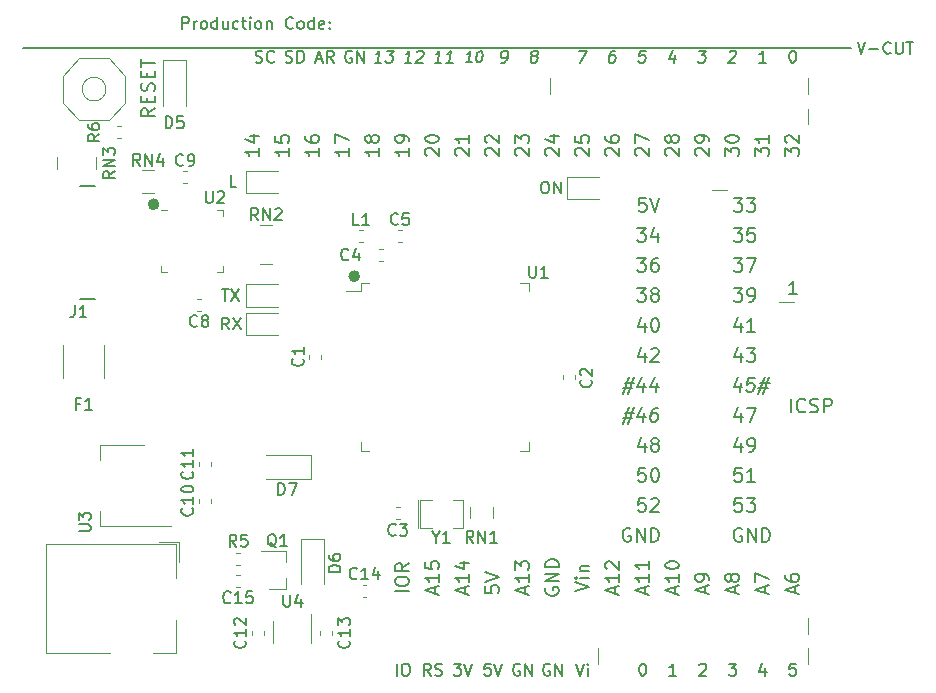
<source format=gto>
G04 #@! TF.GenerationSoftware,KiCad,Pcbnew,(5.1.6)-1*
G04 #@! TF.CreationDate,2020-08-08T21:35:18+09:00*
G04 #@! TF.ProjectId,Meno_V101,4d656e6f-5f56-4313-9031-2e6b69636164,rev?*
G04 #@! TF.SameCoordinates,PX6cf7820PY7a67730*
G04 #@! TF.FileFunction,Legend,Top*
G04 #@! TF.FilePolarity,Positive*
%FSLAX46Y46*%
G04 Gerber Fmt 4.6, Leading zero omitted, Abs format (unit mm)*
G04 Created by KiCad (PCBNEW (5.1.6)-1) date 2020-08-08 21:35:18*
%MOMM*%
%LPD*%
G01*
G04 APERTURE LIST*
%ADD10C,0.150000*%
%ADD11C,0.500000*%
%ADD12C,0.120000*%
%ADD13C,0.200000*%
G04 APERTURE END LIST*
D10*
X68942857Y53847620D02*
X69276190Y52847620D01*
X69609523Y53847620D01*
X69942857Y53228572D02*
X70704761Y53228572D01*
X71752380Y52942858D02*
X71704761Y52895239D01*
X71561904Y52847620D01*
X71466666Y52847620D01*
X71323809Y52895239D01*
X71228571Y52990477D01*
X71180952Y53085715D01*
X71133333Y53276191D01*
X71133333Y53419048D01*
X71180952Y53609524D01*
X71228571Y53704762D01*
X71323809Y53800000D01*
X71466666Y53847620D01*
X71561904Y53847620D01*
X71704761Y53800000D01*
X71752380Y53752381D01*
X72180952Y53847620D02*
X72180952Y53038096D01*
X72228571Y52942858D01*
X72276190Y52895239D01*
X72371428Y52847620D01*
X72561904Y52847620D01*
X72657142Y52895239D01*
X72704761Y52942858D01*
X72752380Y53038096D01*
X72752380Y53847620D01*
X73085714Y53847620D02*
X73657142Y53847620D01*
X73371428Y52847620D02*
X73371428Y53847620D01*
X-1700000Y53300000D02*
X68400000Y53300000D01*
X11761904Y54947620D02*
X11761904Y55947620D01*
X12142857Y55947620D01*
X12238095Y55900000D01*
X12285714Y55852381D01*
X12333333Y55757143D01*
X12333333Y55614286D01*
X12285714Y55519048D01*
X12238095Y55471429D01*
X12142857Y55423810D01*
X11761904Y55423810D01*
X12761904Y54947620D02*
X12761904Y55614286D01*
X12761904Y55423810D02*
X12809523Y55519048D01*
X12857142Y55566667D01*
X12952380Y55614286D01*
X13047619Y55614286D01*
X13523809Y54947620D02*
X13428571Y54995239D01*
X13380952Y55042858D01*
X13333333Y55138096D01*
X13333333Y55423810D01*
X13380952Y55519048D01*
X13428571Y55566667D01*
X13523809Y55614286D01*
X13666666Y55614286D01*
X13761904Y55566667D01*
X13809523Y55519048D01*
X13857142Y55423810D01*
X13857142Y55138096D01*
X13809523Y55042858D01*
X13761904Y54995239D01*
X13666666Y54947620D01*
X13523809Y54947620D01*
X14714285Y54947620D02*
X14714285Y55947620D01*
X14714285Y54995239D02*
X14619047Y54947620D01*
X14428571Y54947620D01*
X14333333Y54995239D01*
X14285714Y55042858D01*
X14238095Y55138096D01*
X14238095Y55423810D01*
X14285714Y55519048D01*
X14333333Y55566667D01*
X14428571Y55614286D01*
X14619047Y55614286D01*
X14714285Y55566667D01*
X15619047Y55614286D02*
X15619047Y54947620D01*
X15190476Y55614286D02*
X15190476Y55090477D01*
X15238095Y54995239D01*
X15333333Y54947620D01*
X15476190Y54947620D01*
X15571428Y54995239D01*
X15619047Y55042858D01*
X16523809Y54995239D02*
X16428571Y54947620D01*
X16238095Y54947620D01*
X16142857Y54995239D01*
X16095238Y55042858D01*
X16047619Y55138096D01*
X16047619Y55423810D01*
X16095238Y55519048D01*
X16142857Y55566667D01*
X16238095Y55614286D01*
X16428571Y55614286D01*
X16523809Y55566667D01*
X16809523Y55614286D02*
X17190476Y55614286D01*
X16952380Y55947620D02*
X16952380Y55090477D01*
X17000000Y54995239D01*
X17095238Y54947620D01*
X17190476Y54947620D01*
X17523809Y54947620D02*
X17523809Y55614286D01*
X17523809Y55947620D02*
X17476190Y55900000D01*
X17523809Y55852381D01*
X17571428Y55900000D01*
X17523809Y55947620D01*
X17523809Y55852381D01*
X18142857Y54947620D02*
X18047619Y54995239D01*
X18000000Y55042858D01*
X17952380Y55138096D01*
X17952380Y55423810D01*
X18000000Y55519048D01*
X18047619Y55566667D01*
X18142857Y55614286D01*
X18285714Y55614286D01*
X18380952Y55566667D01*
X18428571Y55519048D01*
X18476190Y55423810D01*
X18476190Y55138096D01*
X18428571Y55042858D01*
X18380952Y54995239D01*
X18285714Y54947620D01*
X18142857Y54947620D01*
X18904761Y55614286D02*
X18904761Y54947620D01*
X18904761Y55519048D02*
X18952380Y55566667D01*
X19047619Y55614286D01*
X19190476Y55614286D01*
X19285714Y55566667D01*
X19333333Y55471429D01*
X19333333Y54947620D01*
X21142857Y55042858D02*
X21095238Y54995239D01*
X20952380Y54947620D01*
X20857142Y54947620D01*
X20714285Y54995239D01*
X20619047Y55090477D01*
X20571428Y55185715D01*
X20523809Y55376191D01*
X20523809Y55519048D01*
X20571428Y55709524D01*
X20619047Y55804762D01*
X20714285Y55900000D01*
X20857142Y55947620D01*
X20952380Y55947620D01*
X21095238Y55900000D01*
X21142857Y55852381D01*
X21714285Y54947620D02*
X21619047Y54995239D01*
X21571428Y55042858D01*
X21523809Y55138096D01*
X21523809Y55423810D01*
X21571428Y55519048D01*
X21619047Y55566667D01*
X21714285Y55614286D01*
X21857142Y55614286D01*
X21952380Y55566667D01*
X22000000Y55519048D01*
X22047619Y55423810D01*
X22047619Y55138096D01*
X22000000Y55042858D01*
X21952380Y54995239D01*
X21857142Y54947620D01*
X21714285Y54947620D01*
X22904761Y54947620D02*
X22904761Y55947620D01*
X22904761Y54995239D02*
X22809523Y54947620D01*
X22619047Y54947620D01*
X22523809Y54995239D01*
X22476190Y55042858D01*
X22428571Y55138096D01*
X22428571Y55423810D01*
X22476190Y55519048D01*
X22523809Y55566667D01*
X22619047Y55614286D01*
X22809523Y55614286D01*
X22904761Y55566667D01*
X23761904Y54995239D02*
X23666666Y54947620D01*
X23476190Y54947620D01*
X23380952Y54995239D01*
X23333333Y55090477D01*
X23333333Y55471429D01*
X23380952Y55566667D01*
X23476190Y55614286D01*
X23666666Y55614286D01*
X23761904Y55566667D01*
X23809523Y55471429D01*
X23809523Y55376191D01*
X23333333Y55280953D01*
X24238095Y55042858D02*
X24285714Y54995239D01*
X24238095Y54947620D01*
X24190476Y54995239D01*
X24238095Y55042858D01*
X24238095Y54947620D01*
X24238095Y55566667D02*
X24285714Y55519048D01*
X24238095Y55471429D01*
X24190476Y55519048D01*
X24238095Y55566667D01*
X24238095Y55471429D01*
X40337095Y1150000D02*
X40241857Y1197620D01*
X40099000Y1197620D01*
X39956142Y1150000D01*
X39860904Y1054762D01*
X39813285Y959524D01*
X39765666Y769048D01*
X39765666Y626191D01*
X39813285Y435715D01*
X39860904Y340477D01*
X39956142Y245239D01*
X40099000Y197620D01*
X40194238Y197620D01*
X40337095Y245239D01*
X40384714Y292858D01*
X40384714Y626191D01*
X40194238Y626191D01*
X40813285Y197620D02*
X40813285Y1197620D01*
X41384714Y197620D01*
X41384714Y1197620D01*
X29915190Y197620D02*
X29915190Y1197620D01*
X30581857Y1197620D02*
X30772333Y1197620D01*
X30867571Y1150000D01*
X30962809Y1054762D01*
X31010428Y864286D01*
X31010428Y530953D01*
X30962809Y340477D01*
X30867571Y245239D01*
X30772333Y197620D01*
X30581857Y197620D01*
X30486619Y245239D01*
X30391380Y340477D01*
X30343761Y530953D01*
X30343761Y864286D01*
X30391380Y1054762D01*
X30486619Y1150000D01*
X30581857Y1197620D01*
X32812333Y197620D02*
X32479000Y673810D01*
X32240904Y197620D02*
X32240904Y1197620D01*
X32621857Y1197620D01*
X32717095Y1150000D01*
X32764714Y1102381D01*
X32812333Y1007143D01*
X32812333Y864286D01*
X32764714Y769048D01*
X32717095Y721429D01*
X32621857Y673810D01*
X32240904Y673810D01*
X33193285Y245239D02*
X33336142Y197620D01*
X33574238Y197620D01*
X33669476Y245239D01*
X33717095Y292858D01*
X33764714Y388096D01*
X33764714Y483334D01*
X33717095Y578572D01*
X33669476Y626191D01*
X33574238Y673810D01*
X33383761Y721429D01*
X33288523Y769048D01*
X33240904Y816667D01*
X33193285Y911905D01*
X33193285Y1007143D01*
X33240904Y1102381D01*
X33288523Y1150000D01*
X33383761Y1197620D01*
X33621857Y1197620D01*
X33764714Y1150000D01*
X34757095Y1197620D02*
X35376142Y1197620D01*
X35042809Y816667D01*
X35185666Y816667D01*
X35280904Y769048D01*
X35328523Y721429D01*
X35376142Y626191D01*
X35376142Y388096D01*
X35328523Y292858D01*
X35280904Y245239D01*
X35185666Y197620D01*
X34899952Y197620D01*
X34804714Y245239D01*
X34757095Y292858D01*
X35661857Y1197620D02*
X35995190Y197620D01*
X36328523Y1197620D01*
X37868523Y1197620D02*
X37392333Y1197620D01*
X37344714Y721429D01*
X37392333Y769048D01*
X37487571Y816667D01*
X37725666Y816667D01*
X37820904Y769048D01*
X37868523Y721429D01*
X37916142Y626191D01*
X37916142Y388096D01*
X37868523Y292858D01*
X37820904Y245239D01*
X37725666Y197620D01*
X37487571Y197620D01*
X37392333Y245239D01*
X37344714Y292858D01*
X38201857Y1197620D02*
X38535190Y197620D01*
X38868523Y1197620D01*
X42877095Y1150000D02*
X42781857Y1197620D01*
X42639000Y1197620D01*
X42496142Y1150000D01*
X42400904Y1054762D01*
X42353285Y959524D01*
X42305666Y769048D01*
X42305666Y626191D01*
X42353285Y435715D01*
X42400904Y340477D01*
X42496142Y245239D01*
X42639000Y197620D01*
X42734238Y197620D01*
X42877095Y245239D01*
X42924714Y292858D01*
X42924714Y626191D01*
X42734238Y626191D01*
X43353285Y197620D02*
X43353285Y1197620D01*
X43924714Y197620D01*
X43924714Y1197620D01*
X45107571Y1197620D02*
X45440904Y197620D01*
X45774238Y1197620D01*
X46107571Y197620D02*
X46107571Y864286D01*
X46107571Y1197620D02*
X46059952Y1150000D01*
X46107571Y1102381D01*
X46155190Y1150000D01*
X46107571Y1197620D01*
X46107571Y1102381D01*
X50711380Y1197620D02*
X50806619Y1197620D01*
X50901857Y1150000D01*
X50949476Y1102381D01*
X50997095Y1007143D01*
X51044714Y816667D01*
X51044714Y578572D01*
X50997095Y388096D01*
X50949476Y292858D01*
X50901857Y245239D01*
X50806619Y197620D01*
X50711380Y197620D01*
X50616142Y245239D01*
X50568523Y292858D01*
X50520904Y388096D01*
X50473285Y578572D01*
X50473285Y816667D01*
X50520904Y1007143D01*
X50568523Y1102381D01*
X50616142Y1150000D01*
X50711380Y1197620D01*
X53584714Y197620D02*
X53013285Y197620D01*
X53299000Y197620D02*
X53299000Y1197620D01*
X53203761Y1054762D01*
X53108523Y959524D01*
X53013285Y911905D01*
X55553285Y1102381D02*
X55600904Y1150000D01*
X55696142Y1197620D01*
X55934238Y1197620D01*
X56029476Y1150000D01*
X56077095Y1102381D01*
X56124714Y1007143D01*
X56124714Y911905D01*
X56077095Y769048D01*
X55505666Y197620D01*
X56124714Y197620D01*
X58045666Y1197620D02*
X58664714Y1197620D01*
X58331380Y816667D01*
X58474238Y816667D01*
X58569476Y769048D01*
X58617095Y721429D01*
X58664714Y626191D01*
X58664714Y388096D01*
X58617095Y292858D01*
X58569476Y245239D01*
X58474238Y197620D01*
X58188523Y197620D01*
X58093285Y245239D01*
X58045666Y292858D01*
X61109476Y864286D02*
X61109476Y197620D01*
X60871380Y1245239D02*
X60633285Y530953D01*
X61252333Y530953D01*
X63697095Y1197620D02*
X63220904Y1197620D01*
X63173285Y721429D01*
X63220904Y769048D01*
X63316142Y816667D01*
X63554238Y816667D01*
X63649476Y769048D01*
X63697095Y721429D01*
X63744714Y626191D01*
X63744714Y388096D01*
X63697095Y292858D01*
X63649476Y245239D01*
X63554238Y197620D01*
X63316142Y197620D01*
X63220904Y245239D01*
X63173285Y292858D01*
X17969285Y52145239D02*
X18112142Y52097620D01*
X18350238Y52097620D01*
X18445476Y52145239D01*
X18493095Y52192858D01*
X18540714Y52288096D01*
X18540714Y52383334D01*
X18493095Y52478572D01*
X18445476Y52526191D01*
X18350238Y52573810D01*
X18159761Y52621429D01*
X18064523Y52669048D01*
X18016904Y52716667D01*
X17969285Y52811905D01*
X17969285Y52907143D01*
X18016904Y53002381D01*
X18064523Y53050000D01*
X18159761Y53097620D01*
X18397857Y53097620D01*
X18540714Y53050000D01*
X19540714Y52192858D02*
X19493095Y52145239D01*
X19350238Y52097620D01*
X19255000Y52097620D01*
X19112142Y52145239D01*
X19016904Y52240477D01*
X18969285Y52335715D01*
X18921666Y52526191D01*
X18921666Y52669048D01*
X18969285Y52859524D01*
X19016904Y52954762D01*
X19112142Y53050000D01*
X19255000Y53097620D01*
X19350238Y53097620D01*
X19493095Y53050000D01*
X19540714Y53002381D01*
X20509285Y52145239D02*
X20652142Y52097620D01*
X20890238Y52097620D01*
X20985476Y52145239D01*
X21033095Y52192858D01*
X21080714Y52288096D01*
X21080714Y52383334D01*
X21033095Y52478572D01*
X20985476Y52526191D01*
X20890238Y52573810D01*
X20699761Y52621429D01*
X20604523Y52669048D01*
X20556904Y52716667D01*
X20509285Y52811905D01*
X20509285Y52907143D01*
X20556904Y53002381D01*
X20604523Y53050000D01*
X20699761Y53097620D01*
X20937857Y53097620D01*
X21080714Y53050000D01*
X21509285Y52097620D02*
X21509285Y53097620D01*
X21747380Y53097620D01*
X21890238Y53050000D01*
X21985476Y52954762D01*
X22033095Y52859524D01*
X22080714Y52669048D01*
X22080714Y52526191D01*
X22033095Y52335715D01*
X21985476Y52240477D01*
X21890238Y52145239D01*
X21747380Y52097620D01*
X21509285Y52097620D01*
X23096904Y52383334D02*
X23573095Y52383334D01*
X23001666Y52097620D02*
X23335000Y53097620D01*
X23668333Y52097620D01*
X24573095Y52097620D02*
X24239761Y52573810D01*
X24001666Y52097620D02*
X24001666Y53097620D01*
X24382619Y53097620D01*
X24477857Y53050000D01*
X24525476Y53002381D01*
X24573095Y52907143D01*
X24573095Y52764286D01*
X24525476Y52669048D01*
X24477857Y52621429D01*
X24382619Y52573810D01*
X24001666Y52573810D01*
X26113095Y53050000D02*
X26017857Y53097620D01*
X25875000Y53097620D01*
X25732142Y53050000D01*
X25636904Y52954762D01*
X25589285Y52859524D01*
X25541666Y52669048D01*
X25541666Y52526191D01*
X25589285Y52335715D01*
X25636904Y52240477D01*
X25732142Y52145239D01*
X25875000Y52097620D01*
X25970238Y52097620D01*
X26113095Y52145239D01*
X26160714Y52192858D01*
X26160714Y52526191D01*
X25970238Y52526191D01*
X26589285Y52097620D02*
X26589285Y53097620D01*
X27160714Y52097620D01*
X27160714Y53097620D01*
X28624538Y52097620D02*
X28053110Y52097620D01*
X28338824Y52097620D02*
X28463824Y53097620D01*
X28350729Y52954762D01*
X28243586Y52859524D01*
X28142395Y52811905D01*
X29082872Y53097620D02*
X29701919Y53097620D01*
X29320967Y52716667D01*
X29463824Y52716667D01*
X29553110Y52669048D01*
X29594776Y52621429D01*
X29630491Y52526191D01*
X29600729Y52288096D01*
X29541205Y52192858D01*
X29487633Y52145239D01*
X29386443Y52097620D01*
X29100729Y52097620D01*
X29011443Y52145239D01*
X28969776Y52192858D01*
X31164538Y52097620D02*
X30593110Y52097620D01*
X30878824Y52097620D02*
X31003824Y53097620D01*
X30890729Y52954762D01*
X30783586Y52859524D01*
X30682395Y52811905D01*
X31658586Y53002381D02*
X31712157Y53050000D01*
X31813348Y53097620D01*
X32051443Y53097620D01*
X32140729Y53050000D01*
X32182395Y53002381D01*
X32218110Y52907143D01*
X32206205Y52811905D01*
X32140729Y52669048D01*
X31497872Y52097620D01*
X32116919Y52097620D01*
X33704538Y52097620D02*
X33133110Y52097620D01*
X33418824Y52097620D02*
X33543824Y53097620D01*
X33430729Y52954762D01*
X33323586Y52859524D01*
X33222395Y52811905D01*
X34656919Y52097620D02*
X34085491Y52097620D01*
X34371205Y52097620D02*
X34496205Y53097620D01*
X34383110Y52954762D01*
X34275967Y52859524D01*
X34174776Y52811905D01*
X36272366Y52142858D02*
X35758080Y52142858D01*
X36015223Y52142858D02*
X36127723Y53042858D01*
X36025937Y52914286D01*
X35929508Y52828572D01*
X35838437Y52785715D01*
X36942008Y53042858D02*
X37027723Y53042858D01*
X37108080Y53000000D01*
X37145580Y52957143D01*
X37177723Y52871429D01*
X37199151Y52700000D01*
X37172366Y52485715D01*
X37108080Y52314286D01*
X37054508Y52228572D01*
X37006294Y52185715D01*
X36915223Y52142858D01*
X36829508Y52142858D01*
X36749151Y52185715D01*
X36711651Y52228572D01*
X36679508Y52314286D01*
X36658080Y52485715D01*
X36684866Y52700000D01*
X36749151Y52871429D01*
X36802723Y52957143D01*
X36850937Y53000000D01*
X36942008Y53042858D01*
X38784538Y52097620D02*
X38975014Y52097620D01*
X39076205Y52145239D01*
X39129776Y52192858D01*
X39242872Y52335715D01*
X39314300Y52526191D01*
X39361919Y52907143D01*
X39326205Y53002381D01*
X39284538Y53050000D01*
X39195252Y53097620D01*
X39004776Y53097620D01*
X38903586Y53050000D01*
X38850014Y53002381D01*
X38790491Y52907143D01*
X38760729Y52669048D01*
X38796443Y52573810D01*
X38838110Y52526191D01*
X38927395Y52478572D01*
X39117872Y52478572D01*
X39219062Y52526191D01*
X39272633Y52573810D01*
X39332157Y52669048D01*
X41491205Y52669048D02*
X41401919Y52716667D01*
X41360252Y52764286D01*
X41324538Y52859524D01*
X41330491Y52907143D01*
X41390014Y53002381D01*
X41443586Y53050000D01*
X41544776Y53097620D01*
X41735252Y53097620D01*
X41824538Y53050000D01*
X41866205Y53002381D01*
X41901919Y52907143D01*
X41895967Y52859524D01*
X41836443Y52764286D01*
X41782872Y52716667D01*
X41681681Y52669048D01*
X41491205Y52669048D01*
X41390014Y52621429D01*
X41336443Y52573810D01*
X41276919Y52478572D01*
X41253110Y52288096D01*
X41288824Y52192858D01*
X41330491Y52145239D01*
X41419776Y52097620D01*
X41610252Y52097620D01*
X41711443Y52145239D01*
X41765014Y52192858D01*
X41824538Y52288096D01*
X41848348Y52478572D01*
X41812633Y52573810D01*
X41770967Y52621429D01*
X41681681Y52669048D01*
X45370681Y53097620D02*
X46037348Y53097620D01*
X45483776Y52097620D01*
X48434491Y53097620D02*
X48244014Y53097620D01*
X48142824Y53050000D01*
X48089252Y53002381D01*
X47976157Y52859524D01*
X47904729Y52669048D01*
X47857110Y52288096D01*
X47892824Y52192858D01*
X47934491Y52145239D01*
X48023776Y52097620D01*
X48214252Y52097620D01*
X48315443Y52145239D01*
X48369014Y52192858D01*
X48428538Y52288096D01*
X48458300Y52526191D01*
X48422586Y52621429D01*
X48380919Y52669048D01*
X48291633Y52716667D01*
X48101157Y52716667D01*
X47999967Y52669048D01*
X47946395Y52621429D01*
X47886872Y52526191D01*
X51022110Y53097620D02*
X50545919Y53097620D01*
X50438776Y52621429D01*
X50492348Y52669048D01*
X50593538Y52716667D01*
X50831633Y52716667D01*
X50920919Y52669048D01*
X50962586Y52621429D01*
X50998300Y52526191D01*
X50968538Y52288096D01*
X50909014Y52192858D01*
X50855443Y52145239D01*
X50754252Y52097620D01*
X50516157Y52097620D01*
X50426872Y52145239D01*
X50385205Y52192858D01*
X53472824Y52764286D02*
X53389491Y52097620D01*
X53282348Y53145239D02*
X52954967Y52430953D01*
X53574014Y52430953D01*
X55530681Y53097620D02*
X56149729Y53097620D01*
X55768776Y52716667D01*
X55911633Y52716667D01*
X56000919Y52669048D01*
X56042586Y52621429D01*
X56078300Y52526191D01*
X56048538Y52288096D01*
X55989014Y52192858D01*
X55935443Y52145239D01*
X55834252Y52097620D01*
X55548538Y52097620D01*
X55459252Y52145239D01*
X55417586Y52192858D01*
X58106395Y53002381D02*
X58159967Y53050000D01*
X58261157Y53097620D01*
X58499252Y53097620D01*
X58588538Y53050000D01*
X58630205Y53002381D01*
X58665919Y52907143D01*
X58654014Y52811905D01*
X58588538Y52669048D01*
X57945681Y52097620D01*
X58564729Y52097620D01*
X61204714Y52097620D02*
X60633285Y52097620D01*
X60919000Y52097620D02*
X60919000Y53097620D01*
X60823761Y52954762D01*
X60728523Y52859524D01*
X60633285Y52811905D01*
X63411380Y53097620D02*
X63506619Y53097620D01*
X63601857Y53050000D01*
X63649476Y53002381D01*
X63697095Y52907143D01*
X63744714Y52716667D01*
X63744714Y52478572D01*
X63697095Y52288096D01*
X63649476Y52192858D01*
X63601857Y52145239D01*
X63506619Y52097620D01*
X63411380Y52097620D01*
X63316142Y52145239D01*
X63268523Y52192858D01*
X63220904Y52288096D01*
X63173285Y52478572D01*
X63173285Y52716667D01*
X63220904Y52907143D01*
X63268523Y53002381D01*
X63316142Y53050000D01*
X63411380Y53097620D01*
X60676726Y25006429D02*
X61498154Y25006429D01*
X61066904Y25499286D02*
X60553511Y24020715D01*
X61327023Y24513572D02*
X60505595Y24513572D01*
X60936845Y24020715D02*
X61450238Y25499286D01*
X49216726Y22466429D02*
X50038154Y22466429D01*
X49606904Y22959286D02*
X49093511Y21480715D01*
X49867023Y21973572D02*
X49045595Y21973572D01*
X49476845Y21480715D02*
X49990238Y22959286D01*
X42390952Y42017620D02*
X42581428Y42017620D01*
X42676666Y41970000D01*
X42771904Y41874762D01*
X42819523Y41684286D01*
X42819523Y41350953D01*
X42771904Y41160477D01*
X42676666Y41065239D01*
X42581428Y41017620D01*
X42390952Y41017620D01*
X42295714Y41065239D01*
X42200476Y41160477D01*
X42152857Y41350953D01*
X42152857Y41684286D01*
X42200476Y41874762D01*
X42295714Y41970000D01*
X42390952Y42017620D01*
X43248095Y41017620D02*
X43248095Y42017620D01*
X43819523Y41017620D01*
X43819523Y42017620D01*
X15713333Y29507620D02*
X15380000Y29983810D01*
X15141904Y29507620D02*
X15141904Y30507620D01*
X15522857Y30507620D01*
X15618095Y30460000D01*
X15665714Y30412381D01*
X15713333Y30317143D01*
X15713333Y30174286D01*
X15665714Y30079048D01*
X15618095Y30031429D01*
X15522857Y29983810D01*
X15141904Y29983810D01*
X16046666Y30507620D02*
X16713333Y29507620D01*
X16713333Y30507620D02*
X16046666Y29507620D01*
X15118095Y32907620D02*
X15689523Y32907620D01*
X15403809Y31907620D02*
X15403809Y32907620D01*
X15927619Y32907620D02*
X16594285Y31907620D01*
X16594285Y32907620D02*
X15927619Y31907620D01*
X16329523Y41547620D02*
X15853333Y41547620D01*
X15853333Y42547620D01*
X49216726Y25006429D02*
X50038154Y25006429D01*
X49606904Y25499286D02*
X49093511Y24020715D01*
X49867023Y24513572D02*
X49045595Y24513572D01*
X49476845Y24020715D02*
X49990238Y25499286D01*
X51020952Y40629762D02*
X50473333Y40629762D01*
X50418571Y40082143D01*
X50473333Y40136905D01*
X50582857Y40191667D01*
X50856666Y40191667D01*
X50966190Y40136905D01*
X51020952Y40082143D01*
X51075714Y39972620D01*
X51075714Y39698810D01*
X51020952Y39589286D01*
X50966190Y39534524D01*
X50856666Y39479762D01*
X50582857Y39479762D01*
X50473333Y39534524D01*
X50418571Y39589286D01*
X51404285Y40629762D02*
X51787619Y39479762D01*
X52170952Y40629762D01*
X18259448Y44880953D02*
X18259448Y44223810D01*
X18259448Y44552381D02*
X17109448Y44552381D01*
X17273733Y44442858D01*
X17383257Y44333334D01*
X17438019Y44223810D01*
X17492781Y45866667D02*
X18259448Y45866667D01*
X17054686Y45592858D02*
X17876114Y45319048D01*
X17876114Y46030953D01*
X20799448Y44880953D02*
X20799448Y44223810D01*
X20799448Y44552381D02*
X19649448Y44552381D01*
X19813733Y44442858D01*
X19923257Y44333334D01*
X19978019Y44223810D01*
X19649448Y45921429D02*
X19649448Y45373810D01*
X20197067Y45319048D01*
X20142305Y45373810D01*
X20087543Y45483334D01*
X20087543Y45757143D01*
X20142305Y45866667D01*
X20197067Y45921429D01*
X20306590Y45976191D01*
X20580400Y45976191D01*
X20689924Y45921429D01*
X20744686Y45866667D01*
X20799448Y45757143D01*
X20799448Y45483334D01*
X20744686Y45373810D01*
X20689924Y45319048D01*
X23339448Y44880953D02*
X23339448Y44223810D01*
X23339448Y44552381D02*
X22189448Y44552381D01*
X22353733Y44442858D01*
X22463257Y44333334D01*
X22518019Y44223810D01*
X22189448Y45866667D02*
X22189448Y45647620D01*
X22244210Y45538096D01*
X22298971Y45483334D01*
X22463257Y45373810D01*
X22682305Y45319048D01*
X23120400Y45319048D01*
X23229924Y45373810D01*
X23284686Y45428572D01*
X23339448Y45538096D01*
X23339448Y45757143D01*
X23284686Y45866667D01*
X23229924Y45921429D01*
X23120400Y45976191D01*
X22846590Y45976191D01*
X22737067Y45921429D01*
X22682305Y45866667D01*
X22627543Y45757143D01*
X22627543Y45538096D01*
X22682305Y45428572D01*
X22737067Y45373810D01*
X22846590Y45319048D01*
X25879448Y44880953D02*
X25879448Y44223810D01*
X25879448Y44552381D02*
X24729448Y44552381D01*
X24893733Y44442858D01*
X25003257Y44333334D01*
X25058019Y44223810D01*
X24729448Y45264286D02*
X24729448Y46030953D01*
X25879448Y45538096D01*
X28419448Y44880953D02*
X28419448Y44223810D01*
X28419448Y44552381D02*
X27269448Y44552381D01*
X27433733Y44442858D01*
X27543257Y44333334D01*
X27598019Y44223810D01*
X27762305Y45538096D02*
X27707543Y45428572D01*
X27652781Y45373810D01*
X27543257Y45319048D01*
X27488495Y45319048D01*
X27378971Y45373810D01*
X27324210Y45428572D01*
X27269448Y45538096D01*
X27269448Y45757143D01*
X27324210Y45866667D01*
X27378971Y45921429D01*
X27488495Y45976191D01*
X27543257Y45976191D01*
X27652781Y45921429D01*
X27707543Y45866667D01*
X27762305Y45757143D01*
X27762305Y45538096D01*
X27817067Y45428572D01*
X27871829Y45373810D01*
X27981352Y45319048D01*
X28200400Y45319048D01*
X28309924Y45373810D01*
X28364686Y45428572D01*
X28419448Y45538096D01*
X28419448Y45757143D01*
X28364686Y45866667D01*
X28309924Y45921429D01*
X28200400Y45976191D01*
X27981352Y45976191D01*
X27871829Y45921429D01*
X27817067Y45866667D01*
X27762305Y45757143D01*
X30959448Y44880953D02*
X30959448Y44223810D01*
X30959448Y44552381D02*
X29809448Y44552381D01*
X29973733Y44442858D01*
X30083257Y44333334D01*
X30138019Y44223810D01*
X30959448Y45428572D02*
X30959448Y45647620D01*
X30904686Y45757143D01*
X30849924Y45811905D01*
X30685638Y45921429D01*
X30466590Y45976191D01*
X30028495Y45976191D01*
X29918971Y45921429D01*
X29864210Y45866667D01*
X29809448Y45757143D01*
X29809448Y45538096D01*
X29864210Y45428572D01*
X29918971Y45373810D01*
X30028495Y45319048D01*
X30302305Y45319048D01*
X30411829Y45373810D01*
X30466590Y45428572D01*
X30521352Y45538096D01*
X30521352Y45757143D01*
X30466590Y45866667D01*
X30411829Y45921429D01*
X30302305Y45976191D01*
X32458971Y44223810D02*
X32404210Y44278572D01*
X32349448Y44388096D01*
X32349448Y44661905D01*
X32404210Y44771429D01*
X32458971Y44826191D01*
X32568495Y44880953D01*
X32678019Y44880953D01*
X32842305Y44826191D01*
X33499448Y44169048D01*
X33499448Y44880953D01*
X32349448Y45592858D02*
X32349448Y45702381D01*
X32404210Y45811905D01*
X32458971Y45866667D01*
X32568495Y45921429D01*
X32787543Y45976191D01*
X33061352Y45976191D01*
X33280400Y45921429D01*
X33389924Y45866667D01*
X33444686Y45811905D01*
X33499448Y45702381D01*
X33499448Y45592858D01*
X33444686Y45483334D01*
X33389924Y45428572D01*
X33280400Y45373810D01*
X33061352Y45319048D01*
X32787543Y45319048D01*
X32568495Y45373810D01*
X32458971Y45428572D01*
X32404210Y45483334D01*
X32349448Y45592858D01*
X34998971Y44223810D02*
X34944210Y44278572D01*
X34889448Y44388096D01*
X34889448Y44661905D01*
X34944210Y44771429D01*
X34998971Y44826191D01*
X35108495Y44880953D01*
X35218019Y44880953D01*
X35382305Y44826191D01*
X36039448Y44169048D01*
X36039448Y44880953D01*
X36039448Y45976191D02*
X36039448Y45319048D01*
X36039448Y45647620D02*
X34889448Y45647620D01*
X35053733Y45538096D01*
X35163257Y45428572D01*
X35218019Y45319048D01*
X37538971Y44223810D02*
X37484210Y44278572D01*
X37429448Y44388096D01*
X37429448Y44661905D01*
X37484210Y44771429D01*
X37538971Y44826191D01*
X37648495Y44880953D01*
X37758019Y44880953D01*
X37922305Y44826191D01*
X38579448Y44169048D01*
X38579448Y44880953D01*
X37538971Y45319048D02*
X37484210Y45373810D01*
X37429448Y45483334D01*
X37429448Y45757143D01*
X37484210Y45866667D01*
X37538971Y45921429D01*
X37648495Y45976191D01*
X37758019Y45976191D01*
X37922305Y45921429D01*
X38579448Y45264286D01*
X38579448Y45976191D01*
X40078971Y44223810D02*
X40024210Y44278572D01*
X39969448Y44388096D01*
X39969448Y44661905D01*
X40024210Y44771429D01*
X40078971Y44826191D01*
X40188495Y44880953D01*
X40298019Y44880953D01*
X40462305Y44826191D01*
X41119448Y44169048D01*
X41119448Y44880953D01*
X39969448Y45264286D02*
X39969448Y45976191D01*
X40407543Y45592858D01*
X40407543Y45757143D01*
X40462305Y45866667D01*
X40517067Y45921429D01*
X40626590Y45976191D01*
X40900400Y45976191D01*
X41009924Y45921429D01*
X41064686Y45866667D01*
X41119448Y45757143D01*
X41119448Y45428572D01*
X41064686Y45319048D01*
X41009924Y45264286D01*
X42618971Y44223810D02*
X42564210Y44278572D01*
X42509448Y44388096D01*
X42509448Y44661905D01*
X42564210Y44771429D01*
X42618971Y44826191D01*
X42728495Y44880953D01*
X42838019Y44880953D01*
X43002305Y44826191D01*
X43659448Y44169048D01*
X43659448Y44880953D01*
X42892781Y45866667D02*
X43659448Y45866667D01*
X42454686Y45592858D02*
X43276114Y45319048D01*
X43276114Y46030953D01*
X45158971Y44223810D02*
X45104210Y44278572D01*
X45049448Y44388096D01*
X45049448Y44661905D01*
X45104210Y44771429D01*
X45158971Y44826191D01*
X45268495Y44880953D01*
X45378019Y44880953D01*
X45542305Y44826191D01*
X46199448Y44169048D01*
X46199448Y44880953D01*
X45049448Y45921429D02*
X45049448Y45373810D01*
X45597067Y45319048D01*
X45542305Y45373810D01*
X45487543Y45483334D01*
X45487543Y45757143D01*
X45542305Y45866667D01*
X45597067Y45921429D01*
X45706590Y45976191D01*
X45980400Y45976191D01*
X46089924Y45921429D01*
X46144686Y45866667D01*
X46199448Y45757143D01*
X46199448Y45483334D01*
X46144686Y45373810D01*
X46089924Y45319048D01*
X47698971Y44223810D02*
X47644210Y44278572D01*
X47589448Y44388096D01*
X47589448Y44661905D01*
X47644210Y44771429D01*
X47698971Y44826191D01*
X47808495Y44880953D01*
X47918019Y44880953D01*
X48082305Y44826191D01*
X48739448Y44169048D01*
X48739448Y44880953D01*
X47589448Y45866667D02*
X47589448Y45647620D01*
X47644210Y45538096D01*
X47698971Y45483334D01*
X47863257Y45373810D01*
X48082305Y45319048D01*
X48520400Y45319048D01*
X48629924Y45373810D01*
X48684686Y45428572D01*
X48739448Y45538096D01*
X48739448Y45757143D01*
X48684686Y45866667D01*
X48629924Y45921429D01*
X48520400Y45976191D01*
X48246590Y45976191D01*
X48137067Y45921429D01*
X48082305Y45866667D01*
X48027543Y45757143D01*
X48027543Y45538096D01*
X48082305Y45428572D01*
X48137067Y45373810D01*
X48246590Y45319048D01*
X50238971Y44223810D02*
X50184210Y44278572D01*
X50129448Y44388096D01*
X50129448Y44661905D01*
X50184210Y44771429D01*
X50238971Y44826191D01*
X50348495Y44880953D01*
X50458019Y44880953D01*
X50622305Y44826191D01*
X51279448Y44169048D01*
X51279448Y44880953D01*
X50129448Y45264286D02*
X50129448Y46030953D01*
X51279448Y45538096D01*
X52778971Y44223810D02*
X52724210Y44278572D01*
X52669448Y44388096D01*
X52669448Y44661905D01*
X52724210Y44771429D01*
X52778971Y44826191D01*
X52888495Y44880953D01*
X52998019Y44880953D01*
X53162305Y44826191D01*
X53819448Y44169048D01*
X53819448Y44880953D01*
X53162305Y45538096D02*
X53107543Y45428572D01*
X53052781Y45373810D01*
X52943257Y45319048D01*
X52888495Y45319048D01*
X52778971Y45373810D01*
X52724210Y45428572D01*
X52669448Y45538096D01*
X52669448Y45757143D01*
X52724210Y45866667D01*
X52778971Y45921429D01*
X52888495Y45976191D01*
X52943257Y45976191D01*
X53052781Y45921429D01*
X53107543Y45866667D01*
X53162305Y45757143D01*
X53162305Y45538096D01*
X53217067Y45428572D01*
X53271829Y45373810D01*
X53381352Y45319048D01*
X53600400Y45319048D01*
X53709924Y45373810D01*
X53764686Y45428572D01*
X53819448Y45538096D01*
X53819448Y45757143D01*
X53764686Y45866667D01*
X53709924Y45921429D01*
X53600400Y45976191D01*
X53381352Y45976191D01*
X53271829Y45921429D01*
X53217067Y45866667D01*
X53162305Y45757143D01*
X55318971Y44223810D02*
X55264210Y44278572D01*
X55209448Y44388096D01*
X55209448Y44661905D01*
X55264210Y44771429D01*
X55318971Y44826191D01*
X55428495Y44880953D01*
X55538019Y44880953D01*
X55702305Y44826191D01*
X56359448Y44169048D01*
X56359448Y44880953D01*
X56359448Y45428572D02*
X56359448Y45647620D01*
X56304686Y45757143D01*
X56249924Y45811905D01*
X56085638Y45921429D01*
X55866590Y45976191D01*
X55428495Y45976191D01*
X55318971Y45921429D01*
X55264210Y45866667D01*
X55209448Y45757143D01*
X55209448Y45538096D01*
X55264210Y45428572D01*
X55318971Y45373810D01*
X55428495Y45319048D01*
X55702305Y45319048D01*
X55811829Y45373810D01*
X55866590Y45428572D01*
X55921352Y45538096D01*
X55921352Y45757143D01*
X55866590Y45866667D01*
X55811829Y45921429D01*
X55702305Y45976191D01*
X57749448Y44169048D02*
X57749448Y44880953D01*
X58187543Y44497620D01*
X58187543Y44661905D01*
X58242305Y44771429D01*
X58297067Y44826191D01*
X58406590Y44880953D01*
X58680400Y44880953D01*
X58789924Y44826191D01*
X58844686Y44771429D01*
X58899448Y44661905D01*
X58899448Y44333334D01*
X58844686Y44223810D01*
X58789924Y44169048D01*
X57749448Y45592858D02*
X57749448Y45702381D01*
X57804210Y45811905D01*
X57858971Y45866667D01*
X57968495Y45921429D01*
X58187543Y45976191D01*
X58461352Y45976191D01*
X58680400Y45921429D01*
X58789924Y45866667D01*
X58844686Y45811905D01*
X58899448Y45702381D01*
X58899448Y45592858D01*
X58844686Y45483334D01*
X58789924Y45428572D01*
X58680400Y45373810D01*
X58461352Y45319048D01*
X58187543Y45319048D01*
X57968495Y45373810D01*
X57858971Y45428572D01*
X57804210Y45483334D01*
X57749448Y45592858D01*
X60289448Y44169048D02*
X60289448Y44880953D01*
X60727543Y44497620D01*
X60727543Y44661905D01*
X60782305Y44771429D01*
X60837067Y44826191D01*
X60946590Y44880953D01*
X61220400Y44880953D01*
X61329924Y44826191D01*
X61384686Y44771429D01*
X61439448Y44661905D01*
X61439448Y44333334D01*
X61384686Y44223810D01*
X61329924Y44169048D01*
X61439448Y45976191D02*
X61439448Y45319048D01*
X61439448Y45647620D02*
X60289448Y45647620D01*
X60453733Y45538096D01*
X60563257Y45428572D01*
X60618019Y45319048D01*
X62829448Y44169048D02*
X62829448Y44880953D01*
X63267543Y44497620D01*
X63267543Y44661905D01*
X63322305Y44771429D01*
X63377067Y44826191D01*
X63486590Y44880953D01*
X63760400Y44880953D01*
X63869924Y44826191D01*
X63924686Y44771429D01*
X63979448Y44661905D01*
X63979448Y44333334D01*
X63924686Y44223810D01*
X63869924Y44169048D01*
X62938971Y45319048D02*
X62884210Y45373810D01*
X62829448Y45483334D01*
X62829448Y45757143D01*
X62884210Y45866667D01*
X62938971Y45921429D01*
X63048495Y45976191D01*
X63158019Y45976191D01*
X63322305Y45921429D01*
X63979448Y45264286D01*
X63979448Y45976191D01*
X63828571Y32479762D02*
X63171428Y32479762D01*
X63500000Y32479762D02*
X63500000Y33629762D01*
X63390476Y33465477D01*
X63280952Y33355953D01*
X63171428Y33301191D01*
X58469047Y40629762D02*
X59180952Y40629762D01*
X58797619Y40191667D01*
X58961904Y40191667D01*
X59071428Y40136905D01*
X59126190Y40082143D01*
X59180952Y39972620D01*
X59180952Y39698810D01*
X59126190Y39589286D01*
X59071428Y39534524D01*
X58961904Y39479762D01*
X58633333Y39479762D01*
X58523809Y39534524D01*
X58469047Y39589286D01*
X59564285Y40629762D02*
X60276190Y40629762D01*
X59892857Y40191667D01*
X60057142Y40191667D01*
X60166666Y40136905D01*
X60221428Y40082143D01*
X60276190Y39972620D01*
X60276190Y39698810D01*
X60221428Y39589286D01*
X60166666Y39534524D01*
X60057142Y39479762D01*
X59728571Y39479762D01*
X59619047Y39534524D01*
X59564285Y39589286D01*
X58469047Y38089762D02*
X59180952Y38089762D01*
X58797619Y37651667D01*
X58961904Y37651667D01*
X59071428Y37596905D01*
X59126190Y37542143D01*
X59180952Y37432620D01*
X59180952Y37158810D01*
X59126190Y37049286D01*
X59071428Y36994524D01*
X58961904Y36939762D01*
X58633333Y36939762D01*
X58523809Y36994524D01*
X58469047Y37049286D01*
X60221428Y38089762D02*
X59673809Y38089762D01*
X59619047Y37542143D01*
X59673809Y37596905D01*
X59783333Y37651667D01*
X60057142Y37651667D01*
X60166666Y37596905D01*
X60221428Y37542143D01*
X60276190Y37432620D01*
X60276190Y37158810D01*
X60221428Y37049286D01*
X60166666Y36994524D01*
X60057142Y36939762D01*
X59783333Y36939762D01*
X59673809Y36994524D01*
X59619047Y37049286D01*
X58469047Y35549762D02*
X59180952Y35549762D01*
X58797619Y35111667D01*
X58961904Y35111667D01*
X59071428Y35056905D01*
X59126190Y35002143D01*
X59180952Y34892620D01*
X59180952Y34618810D01*
X59126190Y34509286D01*
X59071428Y34454524D01*
X58961904Y34399762D01*
X58633333Y34399762D01*
X58523809Y34454524D01*
X58469047Y34509286D01*
X59564285Y35549762D02*
X60330952Y35549762D01*
X59838095Y34399762D01*
X58469047Y33009762D02*
X59180952Y33009762D01*
X58797619Y32571667D01*
X58961904Y32571667D01*
X59071428Y32516905D01*
X59126190Y32462143D01*
X59180952Y32352620D01*
X59180952Y32078810D01*
X59126190Y31969286D01*
X59071428Y31914524D01*
X58961904Y31859762D01*
X58633333Y31859762D01*
X58523809Y31914524D01*
X58469047Y31969286D01*
X59728571Y31859762D02*
X59947619Y31859762D01*
X60057142Y31914524D01*
X60111904Y31969286D01*
X60221428Y32133572D01*
X60276190Y32352620D01*
X60276190Y32790715D01*
X60221428Y32900239D01*
X60166666Y32955000D01*
X60057142Y33009762D01*
X59838095Y33009762D01*
X59728571Y32955000D01*
X59673809Y32900239D01*
X59619047Y32790715D01*
X59619047Y32516905D01*
X59673809Y32407381D01*
X59728571Y32352620D01*
X59838095Y32297858D01*
X60057142Y32297858D01*
X60166666Y32352620D01*
X60221428Y32407381D01*
X60276190Y32516905D01*
X59071428Y30086429D02*
X59071428Y29319762D01*
X58797619Y30524524D02*
X58523809Y29703096D01*
X59235714Y29703096D01*
X60276190Y29319762D02*
X59619047Y29319762D01*
X59947619Y29319762D02*
X59947619Y30469762D01*
X59838095Y30305477D01*
X59728571Y30195953D01*
X59619047Y30141191D01*
X59071428Y27546429D02*
X59071428Y26779762D01*
X58797619Y27984524D02*
X58523809Y27163096D01*
X59235714Y27163096D01*
X59564285Y27929762D02*
X60276190Y27929762D01*
X59892857Y27491667D01*
X60057142Y27491667D01*
X60166666Y27436905D01*
X60221428Y27382143D01*
X60276190Y27272620D01*
X60276190Y26998810D01*
X60221428Y26889286D01*
X60166666Y26834524D01*
X60057142Y26779762D01*
X59728571Y26779762D01*
X59619047Y26834524D01*
X59564285Y26889286D01*
X59054107Y25006429D02*
X58958273Y24239762D01*
X58835059Y25444524D02*
X58458571Y24623096D01*
X59170476Y24623096D01*
X60252023Y25389762D02*
X59704404Y25389762D01*
X59581190Y24842143D01*
X59642797Y24896905D01*
X59759166Y24951667D01*
X60032976Y24951667D01*
X60135654Y24896905D01*
X60183571Y24842143D01*
X60224642Y24732620D01*
X60190416Y24458810D01*
X60121964Y24349286D01*
X60060357Y24294524D01*
X59943988Y24239762D01*
X59670178Y24239762D01*
X59567500Y24294524D01*
X59519583Y24349286D01*
X59071428Y22466429D02*
X59071428Y21699762D01*
X58797619Y22904524D02*
X58523809Y22083096D01*
X59235714Y22083096D01*
X59564285Y22849762D02*
X60330952Y22849762D01*
X59838095Y21699762D01*
X50309047Y38089762D02*
X51020952Y38089762D01*
X50637619Y37651667D01*
X50801904Y37651667D01*
X50911428Y37596905D01*
X50966190Y37542143D01*
X51020952Y37432620D01*
X51020952Y37158810D01*
X50966190Y37049286D01*
X50911428Y36994524D01*
X50801904Y36939762D01*
X50473333Y36939762D01*
X50363809Y36994524D01*
X50309047Y37049286D01*
X52006666Y37706429D02*
X52006666Y36939762D01*
X51732857Y38144524D02*
X51459047Y37323096D01*
X52170952Y37323096D01*
X50309047Y35549762D02*
X51020952Y35549762D01*
X50637619Y35111667D01*
X50801904Y35111667D01*
X50911428Y35056905D01*
X50966190Y35002143D01*
X51020952Y34892620D01*
X51020952Y34618810D01*
X50966190Y34509286D01*
X50911428Y34454524D01*
X50801904Y34399762D01*
X50473333Y34399762D01*
X50363809Y34454524D01*
X50309047Y34509286D01*
X52006666Y35549762D02*
X51787619Y35549762D01*
X51678095Y35495000D01*
X51623333Y35440239D01*
X51513809Y35275953D01*
X51459047Y35056905D01*
X51459047Y34618810D01*
X51513809Y34509286D01*
X51568571Y34454524D01*
X51678095Y34399762D01*
X51897142Y34399762D01*
X52006666Y34454524D01*
X52061428Y34509286D01*
X52116190Y34618810D01*
X52116190Y34892620D01*
X52061428Y35002143D01*
X52006666Y35056905D01*
X51897142Y35111667D01*
X51678095Y35111667D01*
X51568571Y35056905D01*
X51513809Y35002143D01*
X51459047Y34892620D01*
X50309047Y33009762D02*
X51020952Y33009762D01*
X50637619Y32571667D01*
X50801904Y32571667D01*
X50911428Y32516905D01*
X50966190Y32462143D01*
X51020952Y32352620D01*
X51020952Y32078810D01*
X50966190Y31969286D01*
X50911428Y31914524D01*
X50801904Y31859762D01*
X50473333Y31859762D01*
X50363809Y31914524D01*
X50309047Y31969286D01*
X51678095Y32516905D02*
X51568571Y32571667D01*
X51513809Y32626429D01*
X51459047Y32735953D01*
X51459047Y32790715D01*
X51513809Y32900239D01*
X51568571Y32955000D01*
X51678095Y33009762D01*
X51897142Y33009762D01*
X52006666Y32955000D01*
X52061428Y32900239D01*
X52116190Y32790715D01*
X52116190Y32735953D01*
X52061428Y32626429D01*
X52006666Y32571667D01*
X51897142Y32516905D01*
X51678095Y32516905D01*
X51568571Y32462143D01*
X51513809Y32407381D01*
X51459047Y32297858D01*
X51459047Y32078810D01*
X51513809Y31969286D01*
X51568571Y31914524D01*
X51678095Y31859762D01*
X51897142Y31859762D01*
X52006666Y31914524D01*
X52061428Y31969286D01*
X52116190Y32078810D01*
X52116190Y32297858D01*
X52061428Y32407381D01*
X52006666Y32462143D01*
X51897142Y32516905D01*
X50911428Y30086429D02*
X50911428Y29319762D01*
X50637619Y30524524D02*
X50363809Y29703096D01*
X51075714Y29703096D01*
X51732857Y30469762D02*
X51842380Y30469762D01*
X51951904Y30415000D01*
X52006666Y30360239D01*
X52061428Y30250715D01*
X52116190Y30031667D01*
X52116190Y29757858D01*
X52061428Y29538810D01*
X52006666Y29429286D01*
X51951904Y29374524D01*
X51842380Y29319762D01*
X51732857Y29319762D01*
X51623333Y29374524D01*
X51568571Y29429286D01*
X51513809Y29538810D01*
X51459047Y29757858D01*
X51459047Y30031667D01*
X51513809Y30250715D01*
X51568571Y30360239D01*
X51623333Y30415000D01*
X51732857Y30469762D01*
X50911428Y27546429D02*
X50911428Y26779762D01*
X50637619Y27984524D02*
X50363809Y27163096D01*
X51075714Y27163096D01*
X51459047Y27820239D02*
X51513809Y27875000D01*
X51623333Y27929762D01*
X51897142Y27929762D01*
X52006666Y27875000D01*
X52061428Y27820239D01*
X52116190Y27710715D01*
X52116190Y27601191D01*
X52061428Y27436905D01*
X51404285Y26779762D01*
X52116190Y26779762D01*
X50894107Y25006429D02*
X50798273Y24239762D01*
X50675059Y25444524D02*
X50298571Y24623096D01*
X51010476Y24623096D01*
X51989345Y25006429D02*
X51893511Y24239762D01*
X51770297Y25444524D02*
X51393809Y24623096D01*
X52105714Y24623096D01*
X50894107Y22466429D02*
X50798273Y21699762D01*
X50675059Y22904524D02*
X50298571Y22083096D01*
X51010476Y22083096D01*
X52037261Y22849762D02*
X51818214Y22849762D01*
X51701845Y22795000D01*
X51640238Y22740239D01*
X51510178Y22575953D01*
X51428035Y22356905D01*
X51373273Y21918810D01*
X51414345Y21809286D01*
X51462261Y21754524D01*
X51564940Y21699762D01*
X51783988Y21699762D01*
X51900357Y21754524D01*
X51961964Y21809286D01*
X52030416Y21918810D01*
X52064642Y22192620D01*
X52023571Y22302143D01*
X51975654Y22356905D01*
X51872976Y22411667D01*
X51653928Y22411667D01*
X51537559Y22356905D01*
X51475952Y22302143D01*
X51407500Y22192620D01*
X50911428Y19926429D02*
X50911428Y19159762D01*
X50637619Y20364524D02*
X50363809Y19543096D01*
X51075714Y19543096D01*
X51678095Y19816905D02*
X51568571Y19871667D01*
X51513809Y19926429D01*
X51459047Y20035953D01*
X51459047Y20090715D01*
X51513809Y20200239D01*
X51568571Y20255000D01*
X51678095Y20309762D01*
X51897142Y20309762D01*
X52006666Y20255000D01*
X52061428Y20200239D01*
X52116190Y20090715D01*
X52116190Y20035953D01*
X52061428Y19926429D01*
X52006666Y19871667D01*
X51897142Y19816905D01*
X51678095Y19816905D01*
X51568571Y19762143D01*
X51513809Y19707381D01*
X51459047Y19597858D01*
X51459047Y19378810D01*
X51513809Y19269286D01*
X51568571Y19214524D01*
X51678095Y19159762D01*
X51897142Y19159762D01*
X52006666Y19214524D01*
X52061428Y19269286D01*
X52116190Y19378810D01*
X52116190Y19597858D01*
X52061428Y19707381D01*
X52006666Y19762143D01*
X51897142Y19816905D01*
X59071428Y19926429D02*
X59071428Y19159762D01*
X58797619Y20364524D02*
X58523809Y19543096D01*
X59235714Y19543096D01*
X59728571Y19159762D02*
X59947619Y19159762D01*
X60057142Y19214524D01*
X60111904Y19269286D01*
X60221428Y19433572D01*
X60276190Y19652620D01*
X60276190Y20090715D01*
X60221428Y20200239D01*
X60166666Y20255000D01*
X60057142Y20309762D01*
X59838095Y20309762D01*
X59728571Y20255000D01*
X59673809Y20200239D01*
X59619047Y20090715D01*
X59619047Y19816905D01*
X59673809Y19707381D01*
X59728571Y19652620D01*
X59838095Y19597858D01*
X60057142Y19597858D01*
X60166666Y19652620D01*
X60221428Y19707381D01*
X60276190Y19816905D01*
X59126190Y17769762D02*
X58578571Y17769762D01*
X58523809Y17222143D01*
X58578571Y17276905D01*
X58688095Y17331667D01*
X58961904Y17331667D01*
X59071428Y17276905D01*
X59126190Y17222143D01*
X59180952Y17112620D01*
X59180952Y16838810D01*
X59126190Y16729286D01*
X59071428Y16674524D01*
X58961904Y16619762D01*
X58688095Y16619762D01*
X58578571Y16674524D01*
X58523809Y16729286D01*
X60276190Y16619762D02*
X59619047Y16619762D01*
X59947619Y16619762D02*
X59947619Y17769762D01*
X59838095Y17605477D01*
X59728571Y17495953D01*
X59619047Y17441191D01*
X59126190Y15229762D02*
X58578571Y15229762D01*
X58523809Y14682143D01*
X58578571Y14736905D01*
X58688095Y14791667D01*
X58961904Y14791667D01*
X59071428Y14736905D01*
X59126190Y14682143D01*
X59180952Y14572620D01*
X59180952Y14298810D01*
X59126190Y14189286D01*
X59071428Y14134524D01*
X58961904Y14079762D01*
X58688095Y14079762D01*
X58578571Y14134524D01*
X58523809Y14189286D01*
X59564285Y15229762D02*
X60276190Y15229762D01*
X59892857Y14791667D01*
X60057142Y14791667D01*
X60166666Y14736905D01*
X60221428Y14682143D01*
X60276190Y14572620D01*
X60276190Y14298810D01*
X60221428Y14189286D01*
X60166666Y14134524D01*
X60057142Y14079762D01*
X59728571Y14079762D01*
X59619047Y14134524D01*
X59564285Y14189286D01*
X50966190Y17769762D02*
X50418571Y17769762D01*
X50363809Y17222143D01*
X50418571Y17276905D01*
X50528095Y17331667D01*
X50801904Y17331667D01*
X50911428Y17276905D01*
X50966190Y17222143D01*
X51020952Y17112620D01*
X51020952Y16838810D01*
X50966190Y16729286D01*
X50911428Y16674524D01*
X50801904Y16619762D01*
X50528095Y16619762D01*
X50418571Y16674524D01*
X50363809Y16729286D01*
X51732857Y17769762D02*
X51842380Y17769762D01*
X51951904Y17715000D01*
X52006666Y17660239D01*
X52061428Y17550715D01*
X52116190Y17331667D01*
X52116190Y17057858D01*
X52061428Y16838810D01*
X52006666Y16729286D01*
X51951904Y16674524D01*
X51842380Y16619762D01*
X51732857Y16619762D01*
X51623333Y16674524D01*
X51568571Y16729286D01*
X51513809Y16838810D01*
X51459047Y17057858D01*
X51459047Y17331667D01*
X51513809Y17550715D01*
X51568571Y17660239D01*
X51623333Y17715000D01*
X51732857Y17769762D01*
X50966190Y15229762D02*
X50418571Y15229762D01*
X50363809Y14682143D01*
X50418571Y14736905D01*
X50528095Y14791667D01*
X50801904Y14791667D01*
X50911428Y14736905D01*
X50966190Y14682143D01*
X51020952Y14572620D01*
X51020952Y14298810D01*
X50966190Y14189286D01*
X50911428Y14134524D01*
X50801904Y14079762D01*
X50528095Y14079762D01*
X50418571Y14134524D01*
X50363809Y14189286D01*
X51459047Y15120239D02*
X51513809Y15175000D01*
X51623333Y15229762D01*
X51897142Y15229762D01*
X52006666Y15175000D01*
X52061428Y15120239D01*
X52116190Y15010715D01*
X52116190Y14901191D01*
X52061428Y14736905D01*
X51404285Y14079762D01*
X52116190Y14079762D01*
X49713809Y12635000D02*
X49604285Y12689762D01*
X49440000Y12689762D01*
X49275714Y12635000D01*
X49166190Y12525477D01*
X49111428Y12415953D01*
X49056666Y12196905D01*
X49056666Y12032620D01*
X49111428Y11813572D01*
X49166190Y11704048D01*
X49275714Y11594524D01*
X49440000Y11539762D01*
X49549523Y11539762D01*
X49713809Y11594524D01*
X49768571Y11649286D01*
X49768571Y12032620D01*
X49549523Y12032620D01*
X50261428Y11539762D02*
X50261428Y12689762D01*
X50918571Y11539762D01*
X50918571Y12689762D01*
X51466190Y11539762D02*
X51466190Y12689762D01*
X51740000Y12689762D01*
X51904285Y12635000D01*
X52013809Y12525477D01*
X52068571Y12415953D01*
X52123333Y12196905D01*
X52123333Y12032620D01*
X52068571Y11813572D01*
X52013809Y11704048D01*
X51904285Y11594524D01*
X51740000Y11539762D01*
X51466190Y11539762D01*
X59123809Y12635000D02*
X59014285Y12689762D01*
X58850000Y12689762D01*
X58685714Y12635000D01*
X58576190Y12525477D01*
X58521428Y12415953D01*
X58466666Y12196905D01*
X58466666Y12032620D01*
X58521428Y11813572D01*
X58576190Y11704048D01*
X58685714Y11594524D01*
X58850000Y11539762D01*
X58959523Y11539762D01*
X59123809Y11594524D01*
X59178571Y11649286D01*
X59178571Y12032620D01*
X58959523Y12032620D01*
X59671428Y11539762D02*
X59671428Y12689762D01*
X60328571Y11539762D01*
X60328571Y12689762D01*
X60876190Y11539762D02*
X60876190Y12689762D01*
X61150000Y12689762D01*
X61314285Y12635000D01*
X61423809Y12525477D01*
X61478571Y12415953D01*
X61533333Y12196905D01*
X61533333Y12032620D01*
X61478571Y11813572D01*
X61423809Y11704048D01*
X61314285Y11594524D01*
X61150000Y11539762D01*
X60876190Y11539762D01*
X63651666Y7178572D02*
X63651666Y7726191D01*
X63980238Y7069048D02*
X62830238Y7452381D01*
X63980238Y7835715D01*
X62830238Y8711905D02*
X62830238Y8492858D01*
X62885000Y8383334D01*
X62939761Y8328572D01*
X63104047Y8219048D01*
X63323095Y8164286D01*
X63761190Y8164286D01*
X63870714Y8219048D01*
X63925476Y8273810D01*
X63980238Y8383334D01*
X63980238Y8602381D01*
X63925476Y8711905D01*
X63870714Y8766667D01*
X63761190Y8821429D01*
X63487380Y8821429D01*
X63377857Y8766667D01*
X63323095Y8711905D01*
X63268333Y8602381D01*
X63268333Y8383334D01*
X63323095Y8273810D01*
X63377857Y8219048D01*
X63487380Y8164286D01*
X61111666Y7178572D02*
X61111666Y7726191D01*
X61440238Y7069048D02*
X60290238Y7452381D01*
X61440238Y7835715D01*
X60290238Y8109524D02*
X60290238Y8876191D01*
X61440238Y8383334D01*
X58571666Y7178572D02*
X58571666Y7726191D01*
X58900238Y7069048D02*
X57750238Y7452381D01*
X58900238Y7835715D01*
X58243095Y8383334D02*
X58188333Y8273810D01*
X58133571Y8219048D01*
X58024047Y8164286D01*
X57969285Y8164286D01*
X57859761Y8219048D01*
X57805000Y8273810D01*
X57750238Y8383334D01*
X57750238Y8602381D01*
X57805000Y8711905D01*
X57859761Y8766667D01*
X57969285Y8821429D01*
X58024047Y8821429D01*
X58133571Y8766667D01*
X58188333Y8711905D01*
X58243095Y8602381D01*
X58243095Y8383334D01*
X58297857Y8273810D01*
X58352619Y8219048D01*
X58462142Y8164286D01*
X58681190Y8164286D01*
X58790714Y8219048D01*
X58845476Y8273810D01*
X58900238Y8383334D01*
X58900238Y8602381D01*
X58845476Y8711905D01*
X58790714Y8766667D01*
X58681190Y8821429D01*
X58462142Y8821429D01*
X58352619Y8766667D01*
X58297857Y8711905D01*
X58243095Y8602381D01*
X56031666Y7178572D02*
X56031666Y7726191D01*
X56360238Y7069048D02*
X55210238Y7452381D01*
X56360238Y7835715D01*
X56360238Y8273810D02*
X56360238Y8492858D01*
X56305476Y8602381D01*
X56250714Y8657143D01*
X56086428Y8766667D01*
X55867380Y8821429D01*
X55429285Y8821429D01*
X55319761Y8766667D01*
X55265000Y8711905D01*
X55210238Y8602381D01*
X55210238Y8383334D01*
X55265000Y8273810D01*
X55319761Y8219048D01*
X55429285Y8164286D01*
X55703095Y8164286D01*
X55812619Y8219048D01*
X55867380Y8273810D01*
X55922142Y8383334D01*
X55922142Y8602381D01*
X55867380Y8711905D01*
X55812619Y8766667D01*
X55703095Y8821429D01*
X53491666Y7130953D02*
X53491666Y7678572D01*
X53820238Y7021429D02*
X52670238Y7404762D01*
X53820238Y7788096D01*
X53820238Y8773810D02*
X53820238Y8116667D01*
X53820238Y8445239D02*
X52670238Y8445239D01*
X52834523Y8335715D01*
X52944047Y8226191D01*
X52998809Y8116667D01*
X52670238Y9485715D02*
X52670238Y9595239D01*
X52725000Y9704762D01*
X52779761Y9759524D01*
X52889285Y9814286D01*
X53108333Y9869048D01*
X53382142Y9869048D01*
X53601190Y9814286D01*
X53710714Y9759524D01*
X53765476Y9704762D01*
X53820238Y9595239D01*
X53820238Y9485715D01*
X53765476Y9376191D01*
X53710714Y9321429D01*
X53601190Y9266667D01*
X53382142Y9211905D01*
X53108333Y9211905D01*
X52889285Y9266667D01*
X52779761Y9321429D01*
X52725000Y9376191D01*
X52670238Y9485715D01*
X50951666Y7130953D02*
X50951666Y7678572D01*
X51280238Y7021429D02*
X50130238Y7404762D01*
X51280238Y7788096D01*
X51280238Y8773810D02*
X51280238Y8116667D01*
X51280238Y8445239D02*
X50130238Y8445239D01*
X50294523Y8335715D01*
X50404047Y8226191D01*
X50458809Y8116667D01*
X51280238Y9869048D02*
X51280238Y9211905D01*
X51280238Y9540477D02*
X50130238Y9540477D01*
X50294523Y9430953D01*
X50404047Y9321429D01*
X50458809Y9211905D01*
X48411666Y7130953D02*
X48411666Y7678572D01*
X48740238Y7021429D02*
X47590238Y7404762D01*
X48740238Y7788096D01*
X48740238Y8773810D02*
X48740238Y8116667D01*
X48740238Y8445239D02*
X47590238Y8445239D01*
X47754523Y8335715D01*
X47864047Y8226191D01*
X47918809Y8116667D01*
X47699761Y9211905D02*
X47645000Y9266667D01*
X47590238Y9376191D01*
X47590238Y9650000D01*
X47645000Y9759524D01*
X47699761Y9814286D01*
X47809285Y9869048D01*
X47918809Y9869048D01*
X48083095Y9814286D01*
X48740238Y9157143D01*
X48740238Y9869048D01*
X45050238Y7322620D02*
X46200238Y7705953D01*
X45050238Y8089286D01*
X46200238Y8472620D02*
X45433571Y8472620D01*
X45050238Y8472620D02*
X45105000Y8417858D01*
X45159761Y8472620D01*
X45105000Y8527381D01*
X45050238Y8472620D01*
X45159761Y8472620D01*
X45433571Y9020239D02*
X46200238Y9020239D01*
X45543095Y9020239D02*
X45488333Y9075000D01*
X45433571Y9184524D01*
X45433571Y9348810D01*
X45488333Y9458334D01*
X45597857Y9513096D01*
X46200238Y9513096D01*
X42565000Y7623810D02*
X42510238Y7514286D01*
X42510238Y7350000D01*
X42565000Y7185715D01*
X42674523Y7076191D01*
X42784047Y7021429D01*
X43003095Y6966667D01*
X43167380Y6966667D01*
X43386428Y7021429D01*
X43495952Y7076191D01*
X43605476Y7185715D01*
X43660238Y7350000D01*
X43660238Y7459524D01*
X43605476Y7623810D01*
X43550714Y7678572D01*
X43167380Y7678572D01*
X43167380Y7459524D01*
X43660238Y8171429D02*
X42510238Y8171429D01*
X43660238Y8828572D01*
X42510238Y8828572D01*
X43660238Y9376191D02*
X42510238Y9376191D01*
X42510238Y9650000D01*
X42565000Y9814286D01*
X42674523Y9923810D01*
X42784047Y9978572D01*
X43003095Y10033334D01*
X43167380Y10033334D01*
X43386428Y9978572D01*
X43495952Y9923810D01*
X43605476Y9814286D01*
X43660238Y9650000D01*
X43660238Y9376191D01*
X40791666Y7130953D02*
X40791666Y7678572D01*
X41120238Y7021429D02*
X39970238Y7404762D01*
X41120238Y7788096D01*
X41120238Y8773810D02*
X41120238Y8116667D01*
X41120238Y8445239D02*
X39970238Y8445239D01*
X40134523Y8335715D01*
X40244047Y8226191D01*
X40298809Y8116667D01*
X39970238Y9157143D02*
X39970238Y9869048D01*
X40408333Y9485715D01*
X40408333Y9650000D01*
X40463095Y9759524D01*
X40517857Y9814286D01*
X40627380Y9869048D01*
X40901190Y9869048D01*
X41010714Y9814286D01*
X41065476Y9759524D01*
X41120238Y9650000D01*
X41120238Y9321429D01*
X41065476Y9211905D01*
X41010714Y9157143D01*
X37430238Y7780953D02*
X37430238Y7233334D01*
X37977857Y7178572D01*
X37923095Y7233334D01*
X37868333Y7342858D01*
X37868333Y7616667D01*
X37923095Y7726191D01*
X37977857Y7780953D01*
X38087380Y7835715D01*
X38361190Y7835715D01*
X38470714Y7780953D01*
X38525476Y7726191D01*
X38580238Y7616667D01*
X38580238Y7342858D01*
X38525476Y7233334D01*
X38470714Y7178572D01*
X37430238Y8164286D02*
X38580238Y8547620D01*
X37430238Y8930953D01*
X35711666Y7130953D02*
X35711666Y7678572D01*
X36040238Y7021429D02*
X34890238Y7404762D01*
X36040238Y7788096D01*
X36040238Y8773810D02*
X36040238Y8116667D01*
X36040238Y8445239D02*
X34890238Y8445239D01*
X35054523Y8335715D01*
X35164047Y8226191D01*
X35218809Y8116667D01*
X35273571Y9759524D02*
X36040238Y9759524D01*
X34835476Y9485715D02*
X35656904Y9211905D01*
X35656904Y9923810D01*
X33171666Y7130953D02*
X33171666Y7678572D01*
X33500238Y7021429D02*
X32350238Y7404762D01*
X33500238Y7788096D01*
X33500238Y8773810D02*
X33500238Y8116667D01*
X33500238Y8445239D02*
X32350238Y8445239D01*
X32514523Y8335715D01*
X32624047Y8226191D01*
X32678809Y8116667D01*
X32350238Y9814286D02*
X32350238Y9266667D01*
X32897857Y9211905D01*
X32843095Y9266667D01*
X32788333Y9376191D01*
X32788333Y9650000D01*
X32843095Y9759524D01*
X32897857Y9814286D01*
X33007380Y9869048D01*
X33281190Y9869048D01*
X33390714Y9814286D01*
X33445476Y9759524D01*
X33500238Y9650000D01*
X33500238Y9376191D01*
X33445476Y9266667D01*
X33390714Y9211905D01*
X30960238Y7322620D02*
X29810238Y7322620D01*
X29810238Y8089286D02*
X29810238Y8308334D01*
X29865000Y8417858D01*
X29974523Y8527381D01*
X30193571Y8582143D01*
X30576904Y8582143D01*
X30795952Y8527381D01*
X30905476Y8417858D01*
X30960238Y8308334D01*
X30960238Y8089286D01*
X30905476Y7979762D01*
X30795952Y7870239D01*
X30576904Y7815477D01*
X30193571Y7815477D01*
X29974523Y7870239D01*
X29865000Y7979762D01*
X29810238Y8089286D01*
X30960238Y9732143D02*
X30412619Y9348810D01*
X30960238Y9075000D02*
X29810238Y9075000D01*
X29810238Y9513096D01*
X29865000Y9622620D01*
X29919761Y9677381D01*
X30029285Y9732143D01*
X30193571Y9732143D01*
X30303095Y9677381D01*
X30357857Y9622620D01*
X30412619Y9513096D01*
X30412619Y9075000D01*
X9420238Y48229762D02*
X8872619Y47846429D01*
X9420238Y47572620D02*
X8270238Y47572620D01*
X8270238Y48010715D01*
X8325000Y48120239D01*
X8379761Y48175000D01*
X8489285Y48229762D01*
X8653571Y48229762D01*
X8763095Y48175000D01*
X8817857Y48120239D01*
X8872619Y48010715D01*
X8872619Y47572620D01*
X8817857Y48722620D02*
X8817857Y49105953D01*
X9420238Y49270239D02*
X9420238Y48722620D01*
X8270238Y48722620D01*
X8270238Y49270239D01*
X9365476Y49708334D02*
X9420238Y49872620D01*
X9420238Y50146429D01*
X9365476Y50255953D01*
X9310714Y50310715D01*
X9201190Y50365477D01*
X9091666Y50365477D01*
X8982142Y50310715D01*
X8927380Y50255953D01*
X8872619Y50146429D01*
X8817857Y49927381D01*
X8763095Y49817858D01*
X8708333Y49763096D01*
X8598809Y49708334D01*
X8489285Y49708334D01*
X8379761Y49763096D01*
X8325000Y49817858D01*
X8270238Y49927381D01*
X8270238Y50201191D01*
X8325000Y50365477D01*
X8817857Y50858334D02*
X8817857Y51241667D01*
X9420238Y51405953D02*
X9420238Y50858334D01*
X8270238Y50858334D01*
X8270238Y51405953D01*
X8270238Y51734524D02*
X8270238Y52391667D01*
X9420238Y52063096D02*
X8270238Y52063096D01*
D11*
X9590000Y40100000D02*
G75*
G03*
X9590000Y40100000I-250000J0D01*
G01*
D10*
X63302380Y22479762D02*
X63302380Y23629762D01*
X64507142Y22589286D02*
X64452380Y22534524D01*
X64288095Y22479762D01*
X64178571Y22479762D01*
X64014285Y22534524D01*
X63904761Y22644048D01*
X63850000Y22753572D01*
X63795238Y22972620D01*
X63795238Y23136905D01*
X63850000Y23355953D01*
X63904761Y23465477D01*
X64014285Y23575000D01*
X64178571Y23629762D01*
X64288095Y23629762D01*
X64452380Y23575000D01*
X64507142Y23520239D01*
X64945238Y22534524D02*
X65109523Y22479762D01*
X65383333Y22479762D01*
X65492857Y22534524D01*
X65547619Y22589286D01*
X65602380Y22698810D01*
X65602380Y22808334D01*
X65547619Y22917858D01*
X65492857Y22972620D01*
X65383333Y23027381D01*
X65164285Y23082143D01*
X65054761Y23136905D01*
X65000000Y23191667D01*
X64945238Y23301191D01*
X64945238Y23410715D01*
X65000000Y23520239D01*
X65054761Y23575000D01*
X65164285Y23629762D01*
X65438095Y23629762D01*
X65602380Y23575000D01*
X66095238Y22479762D02*
X66095238Y23629762D01*
X66533333Y23629762D01*
X66642857Y23575000D01*
X66697619Y23520239D01*
X66752380Y23410715D01*
X66752380Y23246429D01*
X66697619Y23136905D01*
X66642857Y23082143D01*
X66533333Y23027381D01*
X66095238Y23027381D01*
D11*
X26577500Y34012500D02*
G75*
G03*
X26577500Y34012500I-250000J0D01*
G01*
D12*
X42945000Y50754700D02*
X42945000Y49424700D01*
X64789000Y50754700D02*
X64789000Y49424700D01*
X64789000Y48210000D02*
X64789000Y46880000D01*
X56600000Y41330000D02*
X57930000Y41330000D01*
X62255000Y31804700D02*
X63585000Y31804700D01*
X64789000Y5080000D02*
X64789000Y3750000D01*
X64789000Y2535000D02*
X64789000Y1205000D01*
X47009000Y2535000D02*
X47009000Y1205000D01*
X14715000Y39610000D02*
X15190000Y39610000D01*
X15190000Y39610000D02*
X15190000Y39135000D01*
X10445000Y34390000D02*
X9970000Y34390000D01*
X9970000Y34390000D02*
X9970000Y34865000D01*
X14715000Y34390000D02*
X15190000Y34390000D01*
X15190000Y34390000D02*
X15190000Y34865000D01*
X10445000Y39610000D02*
X9970000Y39610000D01*
X17195000Y29000000D02*
X19880000Y29000000D01*
X17195000Y30920000D02*
X17195000Y29000000D01*
X19880000Y30920000D02*
X17195000Y30920000D01*
X13362779Y31090000D02*
X13037221Y31090000D01*
X13362779Y32110000D02*
X13037221Y32110000D01*
X5660000Y2100000D02*
X260000Y2100000D01*
X260000Y2100000D02*
X260000Y11300000D01*
X260000Y11300000D02*
X11260000Y11300000D01*
X11260000Y11300000D02*
X11260000Y8500000D01*
X11260000Y4900000D02*
X11260000Y2100000D01*
X11260000Y2100000D02*
X9260000Y2100000D01*
X9760000Y11540000D02*
X11500000Y11540000D01*
X11500000Y11540000D02*
X11500000Y9800000D01*
X4490000Y43080000D02*
X4490000Y44080000D01*
X1130000Y43080000D02*
X1130000Y44080000D01*
X38070000Y13500000D02*
X38070000Y14500000D01*
X36130000Y13500000D02*
X36130000Y14500000D01*
X27062779Y37910000D02*
X26737221Y37910000D01*
X27062779Y36890000D02*
X26737221Y36890000D01*
X35500000Y12700000D02*
X34700000Y12700000D01*
X35500000Y15100000D02*
X35500000Y13100000D01*
X34700000Y15100000D02*
X35500000Y15100000D01*
X31900000Y15100000D02*
X32900000Y15100000D01*
X31900000Y13100000D02*
X31900000Y15100000D01*
X32900000Y12700000D02*
X31900000Y12700000D01*
X31700000Y15100000D02*
X31700000Y13100000D01*
X35500000Y13100000D02*
X35500000Y12700000D01*
X31900000Y13100000D02*
X31900000Y12700000D01*
X31700000Y13100000D02*
X31700000Y12700000D01*
X5300000Y49850000D02*
G75*
G03*
X5300000Y49850000I-1000000J0D01*
G01*
X6900000Y48700000D02*
X6900000Y51000000D01*
X1700000Y48700000D02*
X1700000Y51000000D01*
X5600000Y52450000D02*
X3000000Y52450000D01*
X5600000Y47250000D02*
X3000000Y47250000D01*
X3000000Y47250000D02*
X1700000Y48700000D01*
X3000000Y52450000D02*
X1700000Y51000000D01*
X6900000Y48700000D02*
X5600000Y47250000D01*
X6900000Y51000000D02*
X5600000Y52450000D01*
X27580000Y33460000D02*
X26880000Y33460000D01*
X26880000Y33460000D02*
X26880000Y32760000D01*
X40400000Y33460000D02*
X41100000Y33460000D01*
X41100000Y33460000D02*
X41100000Y32760000D01*
X27580000Y19240000D02*
X26880000Y19240000D01*
X26880000Y19240000D02*
X26880000Y19940000D01*
X40400000Y19240000D02*
X41100000Y19240000D01*
X41100000Y19240000D02*
X41100000Y19940000D01*
X26880000Y32760000D02*
X25590000Y32760000D01*
D13*
X4350000Y41640000D02*
X3100000Y41640000D01*
X4350000Y32060000D02*
X3100000Y32060000D01*
D12*
X10800000Y12880000D02*
X4790000Y12880000D01*
X8550000Y19700000D02*
X4790000Y19700000D01*
X4790000Y12880000D02*
X4790000Y14140000D01*
X4790000Y19700000D02*
X4790000Y18440000D01*
X19880000Y42960000D02*
X17195000Y42960000D01*
X17195000Y42960000D02*
X17195000Y41040000D01*
X17195000Y41040000D02*
X19880000Y41040000D01*
X19880000Y33320000D02*
X17195000Y33320000D01*
X17195000Y33320000D02*
X17195000Y31400000D01*
X17195000Y31400000D02*
X19880000Y31400000D01*
X44325000Y40510000D02*
X47010000Y40510000D01*
X44325000Y42430000D02*
X44325000Y40510000D01*
X47010000Y42430000D02*
X44325000Y42430000D01*
X1700000Y25413748D02*
X1700000Y28186252D01*
X5120000Y25413748D02*
X5120000Y28186252D01*
X14190000Y14847221D02*
X14190000Y15172779D01*
X13170000Y14847221D02*
X13170000Y15172779D01*
X19380000Y38380000D02*
X18380000Y38380000D01*
X19380000Y35020000D02*
X18380000Y35020000D01*
X9400000Y43040000D02*
X8400000Y43040000D01*
X9400000Y41100000D02*
X8400000Y41100000D01*
X28437221Y36310000D02*
X28762779Y36310000D01*
X28437221Y35290000D02*
X28762779Y35290000D01*
X29837221Y14510000D02*
X30162779Y14510000D01*
X29837221Y13490000D02*
X30162779Y13490000D01*
X43990000Y25337221D02*
X43990000Y25662779D01*
X45010000Y25337221D02*
X45010000Y25662779D01*
X22490000Y27362779D02*
X22490000Y27037221D01*
X23510000Y27362779D02*
X23510000Y27037221D01*
X30362779Y36890000D02*
X30037221Y36890000D01*
X30362779Y37910000D02*
X30037221Y37910000D01*
X12162779Y42910000D02*
X11837221Y42910000D01*
X12162779Y41890000D02*
X11837221Y41890000D01*
X13170000Y18272779D02*
X13170000Y17947221D01*
X14190000Y18272779D02*
X14190000Y17947221D01*
X18710000Y3962779D02*
X18710000Y3637221D01*
X17690000Y3962779D02*
X17690000Y3637221D01*
X24410000Y3637221D02*
X24410000Y3962779D01*
X23390000Y3637221D02*
X23390000Y3962779D01*
X27362779Y6890000D02*
X27037221Y6890000D01*
X27362779Y7910000D02*
X27037221Y7910000D01*
X16662779Y7665000D02*
X16337221Y7665000D01*
X16662779Y8685000D02*
X16337221Y8685000D01*
X12100000Y52350000D02*
X10100000Y52350000D01*
X10100000Y52350000D02*
X10100000Y48450000D01*
X12100000Y52350000D02*
X12100000Y48450000D01*
X23800000Y11800000D02*
X23800000Y7950000D01*
X21800000Y11800000D02*
X21800000Y7950000D01*
X23800000Y11800000D02*
X21800000Y11800000D01*
X22700000Y16850000D02*
X22700000Y18850000D01*
X22700000Y18850000D02*
X18850000Y18850000D01*
X22700000Y16850000D02*
X18850000Y16850000D01*
X20585000Y7545000D02*
X20585000Y8475000D01*
X20585000Y10705000D02*
X20585000Y9775000D01*
X20585000Y10705000D02*
X18425000Y10705000D01*
X20585000Y7545000D02*
X19125000Y7545000D01*
X16674779Y9565000D02*
X16349221Y9565000D01*
X16674779Y10585000D02*
X16349221Y10585000D01*
X19490000Y4800000D02*
X19490000Y3000000D01*
X22710000Y3000000D02*
X22710000Y5450000D01*
X6562779Y45690000D02*
X6237221Y45690000D01*
X6562779Y46710000D02*
X6237221Y46710000D01*
D10*
X13768095Y41207620D02*
X13768095Y40398096D01*
X13815714Y40302858D01*
X13863333Y40255239D01*
X13958571Y40207620D01*
X14149047Y40207620D01*
X14244285Y40255239D01*
X14291904Y40302858D01*
X14339523Y40398096D01*
X14339523Y41207620D01*
X14768095Y41112381D02*
X14815714Y41160000D01*
X14910952Y41207620D01*
X15149047Y41207620D01*
X15244285Y41160000D01*
X15291904Y41112381D01*
X15339523Y41017143D01*
X15339523Y40921905D01*
X15291904Y40779048D01*
X14720476Y40207620D01*
X15339523Y40207620D01*
X13033333Y29812858D02*
X12985714Y29765239D01*
X12842857Y29717620D01*
X12747619Y29717620D01*
X12604761Y29765239D01*
X12509523Y29860477D01*
X12461904Y29955715D01*
X12414285Y30146191D01*
X12414285Y30289048D01*
X12461904Y30479524D01*
X12509523Y30574762D01*
X12604761Y30670000D01*
X12747619Y30717620D01*
X12842857Y30717620D01*
X12985714Y30670000D01*
X13033333Y30622381D01*
X13604761Y30289048D02*
X13509523Y30336667D01*
X13461904Y30384286D01*
X13414285Y30479524D01*
X13414285Y30527143D01*
X13461904Y30622381D01*
X13509523Y30670000D01*
X13604761Y30717620D01*
X13795238Y30717620D01*
X13890476Y30670000D01*
X13938095Y30622381D01*
X13985714Y30527143D01*
X13985714Y30479524D01*
X13938095Y30384286D01*
X13890476Y30336667D01*
X13795238Y30289048D01*
X13604761Y30289048D01*
X13509523Y30241429D01*
X13461904Y30193810D01*
X13414285Y30098572D01*
X13414285Y29908096D01*
X13461904Y29812858D01*
X13509523Y29765239D01*
X13604761Y29717620D01*
X13795238Y29717620D01*
X13890476Y29765239D01*
X13938095Y29812858D01*
X13985714Y29908096D01*
X13985714Y30098572D01*
X13938095Y30193810D01*
X13890476Y30241429D01*
X13795238Y30289048D01*
X6062380Y42889524D02*
X5586190Y42556191D01*
X6062380Y42318096D02*
X5062380Y42318096D01*
X5062380Y42699048D01*
X5110000Y42794286D01*
X5157619Y42841905D01*
X5252857Y42889524D01*
X5395714Y42889524D01*
X5490952Y42841905D01*
X5538571Y42794286D01*
X5586190Y42699048D01*
X5586190Y42318096D01*
X6062380Y43318096D02*
X5062380Y43318096D01*
X6062380Y43889524D01*
X5062380Y43889524D01*
X5062380Y44270477D02*
X5062380Y44889524D01*
X5443333Y44556191D01*
X5443333Y44699048D01*
X5490952Y44794286D01*
X5538571Y44841905D01*
X5633809Y44889524D01*
X5871904Y44889524D01*
X5967142Y44841905D01*
X6014761Y44794286D01*
X6062380Y44699048D01*
X6062380Y44413334D01*
X6014761Y44318096D01*
X5967142Y44270477D01*
X36409523Y11447620D02*
X36076190Y11923810D01*
X35838095Y11447620D02*
X35838095Y12447620D01*
X36219047Y12447620D01*
X36314285Y12400000D01*
X36361904Y12352381D01*
X36409523Y12257143D01*
X36409523Y12114286D01*
X36361904Y12019048D01*
X36314285Y11971429D01*
X36219047Y11923810D01*
X35838095Y11923810D01*
X36838095Y11447620D02*
X36838095Y12447620D01*
X37409523Y11447620D01*
X37409523Y12447620D01*
X38409523Y11447620D02*
X37838095Y11447620D01*
X38123809Y11447620D02*
X38123809Y12447620D01*
X38028571Y12304762D01*
X37933333Y12209524D01*
X37838095Y12161905D01*
X26733333Y38347620D02*
X26257142Y38347620D01*
X26257142Y39347620D01*
X27590476Y38347620D02*
X27019047Y38347620D01*
X27304761Y38347620D02*
X27304761Y39347620D01*
X27209523Y39204762D01*
X27114285Y39109524D01*
X27019047Y39061905D01*
X33223809Y11923810D02*
X33223809Y11447620D01*
X32890476Y12447620D02*
X33223809Y11923810D01*
X33557142Y12447620D01*
X34414285Y11447620D02*
X33842857Y11447620D01*
X34128571Y11447620D02*
X34128571Y12447620D01*
X34033333Y12304762D01*
X33938095Y12209524D01*
X33842857Y12161905D01*
X41148095Y34887620D02*
X41148095Y34078096D01*
X41195714Y33982858D01*
X41243333Y33935239D01*
X41338571Y33887620D01*
X41529047Y33887620D01*
X41624285Y33935239D01*
X41671904Y33982858D01*
X41719523Y34078096D01*
X41719523Y34887620D01*
X42719523Y33887620D02*
X42148095Y33887620D01*
X42433809Y33887620D02*
X42433809Y34887620D01*
X42338571Y34744762D01*
X42243333Y34649524D01*
X42148095Y34601905D01*
X2646666Y31547620D02*
X2646666Y30833334D01*
X2599047Y30690477D01*
X2503809Y30595239D01*
X2360952Y30547620D01*
X2265714Y30547620D01*
X3646666Y30547620D02*
X3075238Y30547620D01*
X3360952Y30547620D02*
X3360952Y31547620D01*
X3265714Y31404762D01*
X3170476Y31309524D01*
X3075238Y31261905D01*
X3002380Y12428096D02*
X3811904Y12428096D01*
X3907142Y12475715D01*
X3954761Y12523334D01*
X4002380Y12618572D01*
X4002380Y12809048D01*
X3954761Y12904286D01*
X3907142Y12951905D01*
X3811904Y12999524D01*
X3002380Y12999524D01*
X3002380Y13380477D02*
X3002380Y13999524D01*
X3383333Y13666191D01*
X3383333Y13809048D01*
X3430952Y13904286D01*
X3478571Y13951905D01*
X3573809Y13999524D01*
X3811904Y13999524D01*
X3907142Y13951905D01*
X3954761Y13904286D01*
X4002380Y13809048D01*
X4002380Y13523334D01*
X3954761Y13428096D01*
X3907142Y13380477D01*
X3076666Y23221429D02*
X2743333Y23221429D01*
X2743333Y22697620D02*
X2743333Y23697620D01*
X3219523Y23697620D01*
X4124285Y22697620D02*
X3552857Y22697620D01*
X3838571Y22697620D02*
X3838571Y23697620D01*
X3743333Y23554762D01*
X3648095Y23459524D01*
X3552857Y23411905D01*
X12607142Y14367143D02*
X12654761Y14319524D01*
X12702380Y14176667D01*
X12702380Y14081429D01*
X12654761Y13938572D01*
X12559523Y13843334D01*
X12464285Y13795715D01*
X12273809Y13748096D01*
X12130952Y13748096D01*
X11940476Y13795715D01*
X11845238Y13843334D01*
X11750000Y13938572D01*
X11702380Y14081429D01*
X11702380Y14176667D01*
X11750000Y14319524D01*
X11797619Y14367143D01*
X12702380Y15319524D02*
X12702380Y14748096D01*
X12702380Y15033810D02*
X11702380Y15033810D01*
X11845238Y14938572D01*
X11940476Y14843334D01*
X11988095Y14748096D01*
X11702380Y15938572D02*
X11702380Y16033810D01*
X11750000Y16129048D01*
X11797619Y16176667D01*
X11892857Y16224286D01*
X12083333Y16271905D01*
X12321428Y16271905D01*
X12511904Y16224286D01*
X12607142Y16176667D01*
X12654761Y16129048D01*
X12702380Y16033810D01*
X12702380Y15938572D01*
X12654761Y15843334D01*
X12607142Y15795715D01*
X12511904Y15748096D01*
X12321428Y15700477D01*
X12083333Y15700477D01*
X11892857Y15748096D01*
X11797619Y15795715D01*
X11750000Y15843334D01*
X11702380Y15938572D01*
X18189523Y38757620D02*
X17856190Y39233810D01*
X17618095Y38757620D02*
X17618095Y39757620D01*
X17999047Y39757620D01*
X18094285Y39710000D01*
X18141904Y39662381D01*
X18189523Y39567143D01*
X18189523Y39424286D01*
X18141904Y39329048D01*
X18094285Y39281429D01*
X17999047Y39233810D01*
X17618095Y39233810D01*
X18618095Y38757620D02*
X18618095Y39757620D01*
X19189523Y38757620D01*
X19189523Y39757620D01*
X19618095Y39662381D02*
X19665714Y39710000D01*
X19760952Y39757620D01*
X19999047Y39757620D01*
X20094285Y39710000D01*
X20141904Y39662381D01*
X20189523Y39567143D01*
X20189523Y39471905D01*
X20141904Y39329048D01*
X19570476Y38757620D01*
X20189523Y38757620D01*
X8209523Y43367620D02*
X7876190Y43843810D01*
X7638095Y43367620D02*
X7638095Y44367620D01*
X8019047Y44367620D01*
X8114285Y44320000D01*
X8161904Y44272381D01*
X8209523Y44177143D01*
X8209523Y44034286D01*
X8161904Y43939048D01*
X8114285Y43891429D01*
X8019047Y43843810D01*
X7638095Y43843810D01*
X8638095Y43367620D02*
X8638095Y44367620D01*
X9209523Y43367620D01*
X9209523Y44367620D01*
X10114285Y44034286D02*
X10114285Y43367620D01*
X9876190Y44415239D02*
X9638095Y43700953D01*
X10257142Y43700953D01*
X25833333Y35442858D02*
X25785714Y35395239D01*
X25642857Y35347620D01*
X25547619Y35347620D01*
X25404761Y35395239D01*
X25309523Y35490477D01*
X25261904Y35585715D01*
X25214285Y35776191D01*
X25214285Y35919048D01*
X25261904Y36109524D01*
X25309523Y36204762D01*
X25404761Y36300000D01*
X25547619Y36347620D01*
X25642857Y36347620D01*
X25785714Y36300000D01*
X25833333Y36252381D01*
X26690476Y36014286D02*
X26690476Y35347620D01*
X26452380Y36395239D02*
X26214285Y35680953D01*
X26833333Y35680953D01*
X29833333Y12142858D02*
X29785714Y12095239D01*
X29642857Y12047620D01*
X29547619Y12047620D01*
X29404761Y12095239D01*
X29309523Y12190477D01*
X29261904Y12285715D01*
X29214285Y12476191D01*
X29214285Y12619048D01*
X29261904Y12809524D01*
X29309523Y12904762D01*
X29404761Y13000000D01*
X29547619Y13047620D01*
X29642857Y13047620D01*
X29785714Y13000000D01*
X29833333Y12952381D01*
X30166666Y13047620D02*
X30785714Y13047620D01*
X30452380Y12666667D01*
X30595238Y12666667D01*
X30690476Y12619048D01*
X30738095Y12571429D01*
X30785714Y12476191D01*
X30785714Y12238096D01*
X30738095Y12142858D01*
X30690476Y12095239D01*
X30595238Y12047620D01*
X30309523Y12047620D01*
X30214285Y12095239D01*
X30166666Y12142858D01*
X46357142Y25233334D02*
X46404761Y25185715D01*
X46452380Y25042858D01*
X46452380Y24947620D01*
X46404761Y24804762D01*
X46309523Y24709524D01*
X46214285Y24661905D01*
X46023809Y24614286D01*
X45880952Y24614286D01*
X45690476Y24661905D01*
X45595238Y24709524D01*
X45500000Y24804762D01*
X45452380Y24947620D01*
X45452380Y25042858D01*
X45500000Y25185715D01*
X45547619Y25233334D01*
X45547619Y25614286D02*
X45500000Y25661905D01*
X45452380Y25757143D01*
X45452380Y25995239D01*
X45500000Y26090477D01*
X45547619Y26138096D01*
X45642857Y26185715D01*
X45738095Y26185715D01*
X45880952Y26138096D01*
X46452380Y25566667D01*
X46452380Y26185715D01*
X21957142Y27033334D02*
X22004761Y26985715D01*
X22052380Y26842858D01*
X22052380Y26747620D01*
X22004761Y26604762D01*
X21909523Y26509524D01*
X21814285Y26461905D01*
X21623809Y26414286D01*
X21480952Y26414286D01*
X21290476Y26461905D01*
X21195238Y26509524D01*
X21100000Y26604762D01*
X21052380Y26747620D01*
X21052380Y26842858D01*
X21100000Y26985715D01*
X21147619Y27033334D01*
X22052380Y27985715D02*
X22052380Y27414286D01*
X22052380Y27700000D02*
X21052380Y27700000D01*
X21195238Y27604762D01*
X21290476Y27509524D01*
X21338095Y27414286D01*
X30033333Y38442858D02*
X29985714Y38395239D01*
X29842857Y38347620D01*
X29747619Y38347620D01*
X29604761Y38395239D01*
X29509523Y38490477D01*
X29461904Y38585715D01*
X29414285Y38776191D01*
X29414285Y38919048D01*
X29461904Y39109524D01*
X29509523Y39204762D01*
X29604761Y39300000D01*
X29747619Y39347620D01*
X29842857Y39347620D01*
X29985714Y39300000D01*
X30033333Y39252381D01*
X30938095Y39347620D02*
X30461904Y39347620D01*
X30414285Y38871429D01*
X30461904Y38919048D01*
X30557142Y38966667D01*
X30795238Y38966667D01*
X30890476Y38919048D01*
X30938095Y38871429D01*
X30985714Y38776191D01*
X30985714Y38538096D01*
X30938095Y38442858D01*
X30890476Y38395239D01*
X30795238Y38347620D01*
X30557142Y38347620D01*
X30461904Y38395239D01*
X30414285Y38442858D01*
X11833333Y43442858D02*
X11785714Y43395239D01*
X11642857Y43347620D01*
X11547619Y43347620D01*
X11404761Y43395239D01*
X11309523Y43490477D01*
X11261904Y43585715D01*
X11214285Y43776191D01*
X11214285Y43919048D01*
X11261904Y44109524D01*
X11309523Y44204762D01*
X11404761Y44300000D01*
X11547619Y44347620D01*
X11642857Y44347620D01*
X11785714Y44300000D01*
X11833333Y44252381D01*
X12309523Y43347620D02*
X12500000Y43347620D01*
X12595238Y43395239D01*
X12642857Y43442858D01*
X12738095Y43585715D01*
X12785714Y43776191D01*
X12785714Y44157143D01*
X12738095Y44252381D01*
X12690476Y44300000D01*
X12595238Y44347620D01*
X12404761Y44347620D01*
X12309523Y44300000D01*
X12261904Y44252381D01*
X12214285Y44157143D01*
X12214285Y43919048D01*
X12261904Y43823810D01*
X12309523Y43776191D01*
X12404761Y43728572D01*
X12595238Y43728572D01*
X12690476Y43776191D01*
X12738095Y43823810D01*
X12785714Y43919048D01*
X12607142Y17467143D02*
X12654761Y17419524D01*
X12702380Y17276667D01*
X12702380Y17181429D01*
X12654761Y17038572D01*
X12559523Y16943334D01*
X12464285Y16895715D01*
X12273809Y16848096D01*
X12130952Y16848096D01*
X11940476Y16895715D01*
X11845238Y16943334D01*
X11750000Y17038572D01*
X11702380Y17181429D01*
X11702380Y17276667D01*
X11750000Y17419524D01*
X11797619Y17467143D01*
X12702380Y18419524D02*
X12702380Y17848096D01*
X12702380Y18133810D02*
X11702380Y18133810D01*
X11845238Y18038572D01*
X11940476Y17943334D01*
X11988095Y17848096D01*
X12702380Y19371905D02*
X12702380Y18800477D01*
X12702380Y19086191D02*
X11702380Y19086191D01*
X11845238Y18990953D01*
X11940476Y18895715D01*
X11988095Y18800477D01*
X17057142Y3157143D02*
X17104761Y3109524D01*
X17152380Y2966667D01*
X17152380Y2871429D01*
X17104761Y2728572D01*
X17009523Y2633334D01*
X16914285Y2585715D01*
X16723809Y2538096D01*
X16580952Y2538096D01*
X16390476Y2585715D01*
X16295238Y2633334D01*
X16200000Y2728572D01*
X16152380Y2871429D01*
X16152380Y2966667D01*
X16200000Y3109524D01*
X16247619Y3157143D01*
X17152380Y4109524D02*
X17152380Y3538096D01*
X17152380Y3823810D02*
X16152380Y3823810D01*
X16295238Y3728572D01*
X16390476Y3633334D01*
X16438095Y3538096D01*
X16247619Y4490477D02*
X16200000Y4538096D01*
X16152380Y4633334D01*
X16152380Y4871429D01*
X16200000Y4966667D01*
X16247619Y5014286D01*
X16342857Y5061905D01*
X16438095Y5061905D01*
X16580952Y5014286D01*
X17152380Y4442858D01*
X17152380Y5061905D01*
X25857142Y3157143D02*
X25904761Y3109524D01*
X25952380Y2966667D01*
X25952380Y2871429D01*
X25904761Y2728572D01*
X25809523Y2633334D01*
X25714285Y2585715D01*
X25523809Y2538096D01*
X25380952Y2538096D01*
X25190476Y2585715D01*
X25095238Y2633334D01*
X25000000Y2728572D01*
X24952380Y2871429D01*
X24952380Y2966667D01*
X25000000Y3109524D01*
X25047619Y3157143D01*
X25952380Y4109524D02*
X25952380Y3538096D01*
X25952380Y3823810D02*
X24952380Y3823810D01*
X25095238Y3728572D01*
X25190476Y3633334D01*
X25238095Y3538096D01*
X24952380Y4442858D02*
X24952380Y5061905D01*
X25333333Y4728572D01*
X25333333Y4871429D01*
X25380952Y4966667D01*
X25428571Y5014286D01*
X25523809Y5061905D01*
X25761904Y5061905D01*
X25857142Y5014286D01*
X25904761Y4966667D01*
X25952380Y4871429D01*
X25952380Y4585715D01*
X25904761Y4490477D01*
X25857142Y4442858D01*
X26557142Y8442858D02*
X26509523Y8395239D01*
X26366666Y8347620D01*
X26271428Y8347620D01*
X26128571Y8395239D01*
X26033333Y8490477D01*
X25985714Y8585715D01*
X25938095Y8776191D01*
X25938095Y8919048D01*
X25985714Y9109524D01*
X26033333Y9204762D01*
X26128571Y9300000D01*
X26271428Y9347620D01*
X26366666Y9347620D01*
X26509523Y9300000D01*
X26557142Y9252381D01*
X27509523Y8347620D02*
X26938095Y8347620D01*
X27223809Y8347620D02*
X27223809Y9347620D01*
X27128571Y9204762D01*
X27033333Y9109524D01*
X26938095Y9061905D01*
X28366666Y9014286D02*
X28366666Y8347620D01*
X28128571Y9395239D02*
X27890476Y8680953D01*
X28509523Y8680953D01*
X15857142Y6417858D02*
X15809523Y6370239D01*
X15666666Y6322620D01*
X15571428Y6322620D01*
X15428571Y6370239D01*
X15333333Y6465477D01*
X15285714Y6560715D01*
X15238095Y6751191D01*
X15238095Y6894048D01*
X15285714Y7084524D01*
X15333333Y7179762D01*
X15428571Y7275000D01*
X15571428Y7322620D01*
X15666666Y7322620D01*
X15809523Y7275000D01*
X15857142Y7227381D01*
X16809523Y6322620D02*
X16238095Y6322620D01*
X16523809Y6322620D02*
X16523809Y7322620D01*
X16428571Y7179762D01*
X16333333Y7084524D01*
X16238095Y7036905D01*
X17714285Y7322620D02*
X17238095Y7322620D01*
X17190476Y6846429D01*
X17238095Y6894048D01*
X17333333Y6941667D01*
X17571428Y6941667D01*
X17666666Y6894048D01*
X17714285Y6846429D01*
X17761904Y6751191D01*
X17761904Y6513096D01*
X17714285Y6417858D01*
X17666666Y6370239D01*
X17571428Y6322620D01*
X17333333Y6322620D01*
X17238095Y6370239D01*
X17190476Y6417858D01*
X10361904Y46547620D02*
X10361904Y47547620D01*
X10600000Y47547620D01*
X10742857Y47500000D01*
X10838095Y47404762D01*
X10885714Y47309524D01*
X10933333Y47119048D01*
X10933333Y46976191D01*
X10885714Y46785715D01*
X10838095Y46690477D01*
X10742857Y46595239D01*
X10600000Y46547620D01*
X10361904Y46547620D01*
X11838095Y47547620D02*
X11361904Y47547620D01*
X11314285Y47071429D01*
X11361904Y47119048D01*
X11457142Y47166667D01*
X11695238Y47166667D01*
X11790476Y47119048D01*
X11838095Y47071429D01*
X11885714Y46976191D01*
X11885714Y46738096D01*
X11838095Y46642858D01*
X11790476Y46595239D01*
X11695238Y46547620D01*
X11457142Y46547620D01*
X11361904Y46595239D01*
X11314285Y46642858D01*
X25157380Y8988905D02*
X24157380Y8988905D01*
X24157380Y9227000D01*
X24205000Y9369858D01*
X24300238Y9465096D01*
X24395476Y9512715D01*
X24585952Y9560334D01*
X24728809Y9560334D01*
X24919285Y9512715D01*
X25014523Y9465096D01*
X25109761Y9369858D01*
X25157380Y9227000D01*
X25157380Y8988905D01*
X24157380Y10417477D02*
X24157380Y10227000D01*
X24205000Y10131762D01*
X24252619Y10084143D01*
X24395476Y9988905D01*
X24585952Y9941286D01*
X24966904Y9941286D01*
X25062142Y9988905D01*
X25109761Y10036524D01*
X25157380Y10131762D01*
X25157380Y10322239D01*
X25109761Y10417477D01*
X25062142Y10465096D01*
X24966904Y10512715D01*
X24728809Y10512715D01*
X24633571Y10465096D01*
X24585952Y10417477D01*
X24538333Y10322239D01*
X24538333Y10131762D01*
X24585952Y10036524D01*
X24633571Y9988905D01*
X24728809Y9941286D01*
X19888904Y15492620D02*
X19888904Y16492620D01*
X20127000Y16492620D01*
X20269857Y16445000D01*
X20365095Y16349762D01*
X20412714Y16254524D01*
X20460333Y16064048D01*
X20460333Y15921191D01*
X20412714Y15730715D01*
X20365095Y15635477D01*
X20269857Y15540239D01*
X20127000Y15492620D01*
X19888904Y15492620D01*
X20793666Y16492620D02*
X21460333Y16492620D01*
X21031761Y15492620D01*
X19729761Y11077381D02*
X19634523Y11125000D01*
X19539285Y11220239D01*
X19396428Y11363096D01*
X19301190Y11410715D01*
X19205952Y11410715D01*
X19253571Y11172620D02*
X19158333Y11220239D01*
X19063095Y11315477D01*
X19015476Y11505953D01*
X19015476Y11839286D01*
X19063095Y12029762D01*
X19158333Y12125000D01*
X19253571Y12172620D01*
X19444047Y12172620D01*
X19539285Y12125000D01*
X19634523Y12029762D01*
X19682142Y11839286D01*
X19682142Y11505953D01*
X19634523Y11315477D01*
X19539285Y11220239D01*
X19444047Y11172620D01*
X19253571Y11172620D01*
X20634523Y11172620D02*
X20063095Y11172620D01*
X20348809Y11172620D02*
X20348809Y12172620D01*
X20253571Y12029762D01*
X20158333Y11934524D01*
X20063095Y11886905D01*
X16345333Y11122620D02*
X16012000Y11598810D01*
X15773904Y11122620D02*
X15773904Y12122620D01*
X16154857Y12122620D01*
X16250095Y12075000D01*
X16297714Y12027381D01*
X16345333Y11932143D01*
X16345333Y11789286D01*
X16297714Y11694048D01*
X16250095Y11646429D01*
X16154857Y11598810D01*
X15773904Y11598810D01*
X17250095Y12122620D02*
X16773904Y12122620D01*
X16726285Y11646429D01*
X16773904Y11694048D01*
X16869142Y11741667D01*
X17107238Y11741667D01*
X17202476Y11694048D01*
X17250095Y11646429D01*
X17297714Y11551191D01*
X17297714Y11313096D01*
X17250095Y11217858D01*
X17202476Y11170239D01*
X17107238Y11122620D01*
X16869142Y11122620D01*
X16773904Y11170239D01*
X16726285Y11217858D01*
X20338095Y7047620D02*
X20338095Y6238096D01*
X20385714Y6142858D01*
X20433333Y6095239D01*
X20528571Y6047620D01*
X20719047Y6047620D01*
X20814285Y6095239D01*
X20861904Y6142858D01*
X20909523Y6238096D01*
X20909523Y7047620D01*
X21814285Y6714286D02*
X21814285Y6047620D01*
X21576190Y7095239D02*
X21338095Y6380953D01*
X21957142Y6380953D01*
X4752380Y46033334D02*
X4276190Y45700000D01*
X4752380Y45461905D02*
X3752380Y45461905D01*
X3752380Y45842858D01*
X3800000Y45938096D01*
X3847619Y45985715D01*
X3942857Y46033334D01*
X4085714Y46033334D01*
X4180952Y45985715D01*
X4228571Y45938096D01*
X4276190Y45842858D01*
X4276190Y45461905D01*
X3752380Y46890477D02*
X3752380Y46700000D01*
X3800000Y46604762D01*
X3847619Y46557143D01*
X3990476Y46461905D01*
X4180952Y46414286D01*
X4561904Y46414286D01*
X4657142Y46461905D01*
X4704761Y46509524D01*
X4752380Y46604762D01*
X4752380Y46795239D01*
X4704761Y46890477D01*
X4657142Y46938096D01*
X4561904Y46985715D01*
X4323809Y46985715D01*
X4228571Y46938096D01*
X4180952Y46890477D01*
X4133333Y46795239D01*
X4133333Y46604762D01*
X4180952Y46509524D01*
X4228571Y46461905D01*
X4323809Y46414286D01*
M02*

</source>
